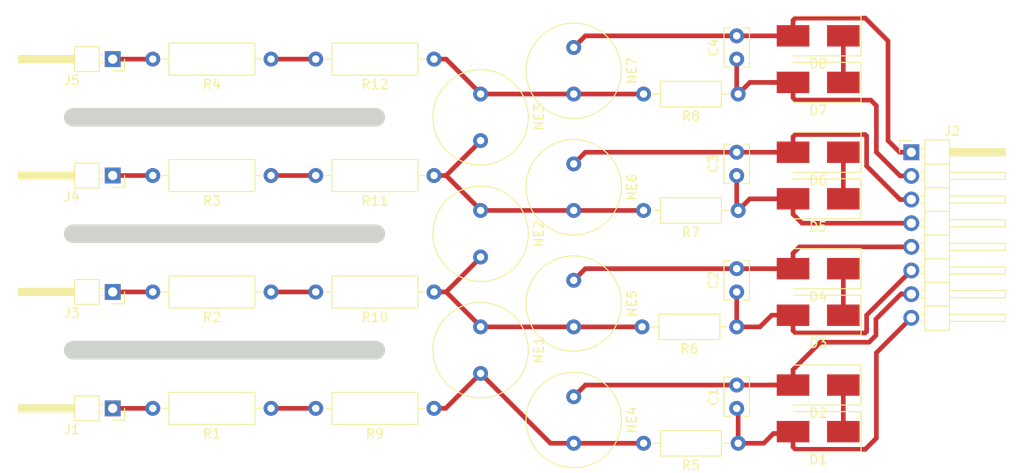
<source format=kicad_pcb>
(kicad_pcb (version 20171130) (host pcbnew "(5.1.5-0)")

  (general
    (thickness 1.6)
    (drawings 3)
    (tracks 115)
    (zones 0)
    (modules 36)
    (nets 25)
  )

  (page A4)
  (layers
    (0 F.Cu signal)
    (31 B.Cu signal)
    (32 B.Adhes user)
    (33 F.Adhes user)
    (34 B.Paste user)
    (35 F.Paste user)
    (36 B.SilkS user)
    (37 F.SilkS user)
    (38 B.Mask user)
    (39 F.Mask user)
    (40 Dwgs.User user)
    (41 Cmts.User user)
    (42 Eco1.User user)
    (43 Eco2.User user)
    (44 Edge.Cuts user)
    (45 Margin user)
    (46 B.CrtYd user)
    (47 F.CrtYd user)
    (48 B.Fab user)
    (49 F.Fab user)
  )

  (setup
    (last_trace_width 0.5)
    (user_trace_width 0.5)
    (user_trace_width 1)
    (trace_clearance 0.5)
    (zone_clearance 0.508)
    (zone_45_only no)
    (trace_min 0.2)
    (via_size 0.8)
    (via_drill 0.4)
    (via_min_size 0.4)
    (via_min_drill 0.3)
    (uvia_size 0.3)
    (uvia_drill 0.1)
    (uvias_allowed no)
    (uvia_min_size 0.2)
    (uvia_min_drill 0.1)
    (edge_width 0.05)
    (segment_width 0.2)
    (pcb_text_width 0.3)
    (pcb_text_size 1.5 1.5)
    (mod_edge_width 0.12)
    (mod_text_size 1 1)
    (mod_text_width 0.15)
    (pad_size 1.524 1.524)
    (pad_drill 0.762)
    (pad_to_mask_clearance 0.051)
    (solder_mask_min_width 0.25)
    (aux_axis_origin 0 0)
    (visible_elements FFFFFF7F)
    (pcbplotparams
      (layerselection 0x010fc_ffffffff)
      (usegerberextensions false)
      (usegerberattributes false)
      (usegerberadvancedattributes false)
      (creategerberjobfile false)
      (excludeedgelayer true)
      (linewidth 0.100000)
      (plotframeref false)
      (viasonmask false)
      (mode 1)
      (useauxorigin false)
      (hpglpennumber 1)
      (hpglpenspeed 20)
      (hpglpendiameter 15.000000)
      (psnegative false)
      (psa4output false)
      (plotreference true)
      (plotvalue true)
      (plotinvisibletext false)
      (padsonsilk false)
      (subtractmaskfromsilk false)
      (outputformat 1)
      (mirror false)
      (drillshape 1)
      (scaleselection 1)
      (outputdirectory ""))
  )

  (net 0 "")
  (net 1 /ecg_input_protection/gn_ch1)
  (net 2 /ecg_input_protection/out_ch1)
  (net 3 /ecg_input_protection/gnd_ch2)
  (net 4 /ecg_input_protection/gnd_ch3)
  (net 5 /ecg_input_protection/gnd_rld)
  (net 6 /ecg_input_protection/out_ch2)
  (net 7 /ecg_input_protection/out_ch3)
  (net 8 /ecg_input_protection/in_rld)
  (net 9 /ecg_input_protection/out_rld)
  (net 10 /ecg_input_protection/in_ch3)
  (net 11 /ecg_input_protection/in_ch2)
  (net 12 /ecg_input_protection/in_ch1)
  (net 13 /ecg_input_protection/neon_ch1)
  (net 14 /ecg_input_protection/neon_ch2)
  (net 15 /ecg_input_protection/neon_ch3)
  (net 16 /ecg_input_protection/neon_rld)
  (net 17 "Net-(D1-Pad1)")
  (net 18 "Net-(D3-Pad1)")
  (net 19 "Net-(D5-Pad1)")
  (net 20 "Net-(D7-Pad1)")
  (net 21 "Net-(R1-Pad1)")
  (net 22 "Net-(R10-Pad2)")
  (net 23 "Net-(R11-Pad2)")
  (net 24 "Net-(R12-Pad2)")

  (net_class Default "Dies ist die voreingestellte Netzklasse."
    (clearance 0.5)
    (trace_width 0.25)
    (via_dia 0.8)
    (via_drill 0.4)
    (uvia_dia 0.3)
    (uvia_drill 0.1)
    (add_net /ecg_input_protection/gn_ch1)
    (add_net /ecg_input_protection/gnd_ch2)
    (add_net /ecg_input_protection/gnd_ch3)
    (add_net /ecg_input_protection/gnd_rld)
    (add_net /ecg_input_protection/in_rld)
    (add_net /ecg_input_protection/out_ch1)
    (add_net /ecg_input_protection/out_ch2)
    (add_net /ecg_input_protection/out_ch3)
    (add_net "Net-(D1-Pad1)")
    (add_net "Net-(D3-Pad1)")
    (add_net "Net-(D5-Pad1)")
    (add_net "Net-(D7-Pad1)")
    (add_net "Net-(R1-Pad1)")
    (add_net "Net-(R10-Pad2)")
    (add_net "Net-(R11-Pad2)")
    (add_net "Net-(R12-Pad2)")
  )

  (net_class iso_150V ""
    (clearance 3)
    (trace_width 0.25)
    (via_dia 0.8)
    (via_drill 0.4)
    (uvia_dia 0.3)
    (uvia_drill 0.1)
    (add_net /ecg_input_protection/neon_ch1)
    (add_net /ecg_input_protection/neon_ch2)
    (add_net /ecg_input_protection/neon_ch3)
    (add_net /ecg_input_protection/neon_rld)
  )

  (net_class iso_5kV ""
    (clearance 8)
    (trace_width 0.25)
    (via_dia 0.8)
    (via_drill 0.4)
    (uvia_dia 0.3)
    (uvia_drill 0.1)
    (add_net /ecg_input_protection/in_ch1)
    (add_net /ecg_input_protection/in_ch2)
    (add_net /ecg_input_protection/in_ch3)
    (add_net /ecg_input_protection/out_rld)
  )

  (module Connector_PinHeader_2.54mm:PinHeader_1x08_P2.54mm_Horizontal (layer F.Cu) (tedit 59FED5CB) (tstamp 5E7F46A0)
    (at 128.75 97.5)
    (descr "Through hole angled pin header, 1x08, 2.54mm pitch, 6mm pin length, single row")
    (tags "Through hole angled pin header THT 1x08 2.54mm single row")
    (path /5E80F57C/5E8B37F6)
    (fp_text reference J2 (at 4.385 -2.27) (layer F.SilkS)
      (effects (font (size 1 1) (thickness 0.15)))
    )
    (fp_text value Conn_01x08_Female (at 4.385 20.05) (layer F.Fab)
      (effects (font (size 1 1) (thickness 0.15)))
    )
    (fp_text user %R (at 2.77 8.89 90) (layer F.Fab)
      (effects (font (size 1 1) (thickness 0.15)))
    )
    (fp_line (start 10.55 -1.8) (end -1.8 -1.8) (layer F.CrtYd) (width 0.05))
    (fp_line (start 10.55 19.55) (end 10.55 -1.8) (layer F.CrtYd) (width 0.05))
    (fp_line (start -1.8 19.55) (end 10.55 19.55) (layer F.CrtYd) (width 0.05))
    (fp_line (start -1.8 -1.8) (end -1.8 19.55) (layer F.CrtYd) (width 0.05))
    (fp_line (start -1.27 -1.27) (end 0 -1.27) (layer F.SilkS) (width 0.12))
    (fp_line (start -1.27 0) (end -1.27 -1.27) (layer F.SilkS) (width 0.12))
    (fp_line (start 1.042929 18.16) (end 1.44 18.16) (layer F.SilkS) (width 0.12))
    (fp_line (start 1.042929 17.4) (end 1.44 17.4) (layer F.SilkS) (width 0.12))
    (fp_line (start 10.1 18.16) (end 4.1 18.16) (layer F.SilkS) (width 0.12))
    (fp_line (start 10.1 17.4) (end 10.1 18.16) (layer F.SilkS) (width 0.12))
    (fp_line (start 4.1 17.4) (end 10.1 17.4) (layer F.SilkS) (width 0.12))
    (fp_line (start 1.44 16.51) (end 4.1 16.51) (layer F.SilkS) (width 0.12))
    (fp_line (start 1.042929 15.62) (end 1.44 15.62) (layer F.SilkS) (width 0.12))
    (fp_line (start 1.042929 14.86) (end 1.44 14.86) (layer F.SilkS) (width 0.12))
    (fp_line (start 10.1 15.62) (end 4.1 15.62) (layer F.SilkS) (width 0.12))
    (fp_line (start 10.1 14.86) (end 10.1 15.62) (layer F.SilkS) (width 0.12))
    (fp_line (start 4.1 14.86) (end 10.1 14.86) (layer F.SilkS) (width 0.12))
    (fp_line (start 1.44 13.97) (end 4.1 13.97) (layer F.SilkS) (width 0.12))
    (fp_line (start 1.042929 13.08) (end 1.44 13.08) (layer F.SilkS) (width 0.12))
    (fp_line (start 1.042929 12.32) (end 1.44 12.32) (layer F.SilkS) (width 0.12))
    (fp_line (start 10.1 13.08) (end 4.1 13.08) (layer F.SilkS) (width 0.12))
    (fp_line (start 10.1 12.32) (end 10.1 13.08) (layer F.SilkS) (width 0.12))
    (fp_line (start 4.1 12.32) (end 10.1 12.32) (layer F.SilkS) (width 0.12))
    (fp_line (start 1.44 11.43) (end 4.1 11.43) (layer F.SilkS) (width 0.12))
    (fp_line (start 1.042929 10.54) (end 1.44 10.54) (layer F.SilkS) (width 0.12))
    (fp_line (start 1.042929 9.78) (end 1.44 9.78) (layer F.SilkS) (width 0.12))
    (fp_line (start 10.1 10.54) (end 4.1 10.54) (layer F.SilkS) (width 0.12))
    (fp_line (start 10.1 9.78) (end 10.1 10.54) (layer F.SilkS) (width 0.12))
    (fp_line (start 4.1 9.78) (end 10.1 9.78) (layer F.SilkS) (width 0.12))
    (fp_line (start 1.44 8.89) (end 4.1 8.89) (layer F.SilkS) (width 0.12))
    (fp_line (start 1.042929 8) (end 1.44 8) (layer F.SilkS) (width 0.12))
    (fp_line (start 1.042929 7.24) (end 1.44 7.24) (layer F.SilkS) (width 0.12))
    (fp_line (start 10.1 8) (end 4.1 8) (layer F.SilkS) (width 0.12))
    (fp_line (start 10.1 7.24) (end 10.1 8) (layer F.SilkS) (width 0.12))
    (fp_line (start 4.1 7.24) (end 10.1 7.24) (layer F.SilkS) (width 0.12))
    (fp_line (start 1.44 6.35) (end 4.1 6.35) (layer F.SilkS) (width 0.12))
    (fp_line (start 1.042929 5.46) (end 1.44 5.46) (layer F.SilkS) (width 0.12))
    (fp_line (start 1.042929 4.7) (end 1.44 4.7) (layer F.SilkS) (width 0.12))
    (fp_line (start 10.1 5.46) (end 4.1 5.46) (layer F.SilkS) (width 0.12))
    (fp_line (start 10.1 4.7) (end 10.1 5.46) (layer F.SilkS) (width 0.12))
    (fp_line (start 4.1 4.7) (end 10.1 4.7) (layer F.SilkS) (width 0.12))
    (fp_line (start 1.44 3.81) (end 4.1 3.81) (layer F.SilkS) (width 0.12))
    (fp_line (start 1.042929 2.92) (end 1.44 2.92) (layer F.SilkS) (width 0.12))
    (fp_line (start 1.042929 2.16) (end 1.44 2.16) (layer F.SilkS) (width 0.12))
    (fp_line (start 10.1 2.92) (end 4.1 2.92) (layer F.SilkS) (width 0.12))
    (fp_line (start 10.1 2.16) (end 10.1 2.92) (layer F.SilkS) (width 0.12))
    (fp_line (start 4.1 2.16) (end 10.1 2.16) (layer F.SilkS) (width 0.12))
    (fp_line (start 1.44 1.27) (end 4.1 1.27) (layer F.SilkS) (width 0.12))
    (fp_line (start 1.11 0.38) (end 1.44 0.38) (layer F.SilkS) (width 0.12))
    (fp_line (start 1.11 -0.38) (end 1.44 -0.38) (layer F.SilkS) (width 0.12))
    (fp_line (start 4.1 0.28) (end 10.1 0.28) (layer F.SilkS) (width 0.12))
    (fp_line (start 4.1 0.16) (end 10.1 0.16) (layer F.SilkS) (width 0.12))
    (fp_line (start 4.1 0.04) (end 10.1 0.04) (layer F.SilkS) (width 0.12))
    (fp_line (start 4.1 -0.08) (end 10.1 -0.08) (layer F.SilkS) (width 0.12))
    (fp_line (start 4.1 -0.2) (end 10.1 -0.2) (layer F.SilkS) (width 0.12))
    (fp_line (start 4.1 -0.32) (end 10.1 -0.32) (layer F.SilkS) (width 0.12))
    (fp_line (start 10.1 0.38) (end 4.1 0.38) (layer F.SilkS) (width 0.12))
    (fp_line (start 10.1 -0.38) (end 10.1 0.38) (layer F.SilkS) (width 0.12))
    (fp_line (start 4.1 -0.38) (end 10.1 -0.38) (layer F.SilkS) (width 0.12))
    (fp_line (start 4.1 -1.33) (end 1.44 -1.33) (layer F.SilkS) (width 0.12))
    (fp_line (start 4.1 19.11) (end 4.1 -1.33) (layer F.SilkS) (width 0.12))
    (fp_line (start 1.44 19.11) (end 4.1 19.11) (layer F.SilkS) (width 0.12))
    (fp_line (start 1.44 -1.33) (end 1.44 19.11) (layer F.SilkS) (width 0.12))
    (fp_line (start 4.04 18.1) (end 10.04 18.1) (layer F.Fab) (width 0.1))
    (fp_line (start 10.04 17.46) (end 10.04 18.1) (layer F.Fab) (width 0.1))
    (fp_line (start 4.04 17.46) (end 10.04 17.46) (layer F.Fab) (width 0.1))
    (fp_line (start -0.32 18.1) (end 1.5 18.1) (layer F.Fab) (width 0.1))
    (fp_line (start -0.32 17.46) (end -0.32 18.1) (layer F.Fab) (width 0.1))
    (fp_line (start -0.32 17.46) (end 1.5 17.46) (layer F.Fab) (width 0.1))
    (fp_line (start 4.04 15.56) (end 10.04 15.56) (layer F.Fab) (width 0.1))
    (fp_line (start 10.04 14.92) (end 10.04 15.56) (layer F.Fab) (width 0.1))
    (fp_line (start 4.04 14.92) (end 10.04 14.92) (layer F.Fab) (width 0.1))
    (fp_line (start -0.32 15.56) (end 1.5 15.56) (layer F.Fab) (width 0.1))
    (fp_line (start -0.32 14.92) (end -0.32 15.56) (layer F.Fab) (width 0.1))
    (fp_line (start -0.32 14.92) (end 1.5 14.92) (layer F.Fab) (width 0.1))
    (fp_line (start 4.04 13.02) (end 10.04 13.02) (layer F.Fab) (width 0.1))
    (fp_line (start 10.04 12.38) (end 10.04 13.02) (layer F.Fab) (width 0.1))
    (fp_line (start 4.04 12.38) (end 10.04 12.38) (layer F.Fab) (width 0.1))
    (fp_line (start -0.32 13.02) (end 1.5 13.02) (layer F.Fab) (width 0.1))
    (fp_line (start -0.32 12.38) (end -0.32 13.02) (layer F.Fab) (width 0.1))
    (fp_line (start -0.32 12.38) (end 1.5 12.38) (layer F.Fab) (width 0.1))
    (fp_line (start 4.04 10.48) (end 10.04 10.48) (layer F.Fab) (width 0.1))
    (fp_line (start 10.04 9.84) (end 10.04 10.48) (layer F.Fab) (width 0.1))
    (fp_line (start 4.04 9.84) (end 10.04 9.84) (layer F.Fab) (width 0.1))
    (fp_line (start -0.32 10.48) (end 1.5 10.48) (layer F.Fab) (width 0.1))
    (fp_line (start -0.32 9.84) (end -0.32 10.48) (layer F.Fab) (width 0.1))
    (fp_line (start -0.32 9.84) (end 1.5 9.84) (layer F.Fab) (width 0.1))
    (fp_line (start 4.04 7.94) (end 10.04 7.94) (layer F.Fab) (width 0.1))
    (fp_line (start 10.04 7.3) (end 10.04 7.94) (layer F.Fab) (width 0.1))
    (fp_line (start 4.04 7.3) (end 10.04 7.3) (layer F.Fab) (width 0.1))
    (fp_line (start -0.32 7.94) (end 1.5 7.94) (layer F.Fab) (width 0.1))
    (fp_line (start -0.32 7.3) (end -0.32 7.94) (layer F.Fab) (width 0.1))
    (fp_line (start -0.32 7.3) (end 1.5 7.3) (layer F.Fab) (width 0.1))
    (fp_line (start 4.04 5.4) (end 10.04 5.4) (layer F.Fab) (width 0.1))
    (fp_line (start 10.04 4.76) (end 10.04 5.4) (layer F.Fab) (width 0.1))
    (fp_line (start 4.04 4.76) (end 10.04 4.76) (layer F.Fab) (width 0.1))
    (fp_line (start -0.32 5.4) (end 1.5 5.4) (layer F.Fab) (width 0.1))
    (fp_line (start -0.32 4.76) (end -0.32 5.4) (layer F.Fab) (width 0.1))
    (fp_line (start -0.32 4.76) (end 1.5 4.76) (layer F.Fab) (width 0.1))
    (fp_line (start 4.04 2.86) (end 10.04 2.86) (layer F.Fab) (width 0.1))
    (fp_line (start 10.04 2.22) (end 10.04 2.86) (layer F.Fab) (width 0.1))
    (fp_line (start 4.04 2.22) (end 10.04 2.22) (layer F.Fab) (width 0.1))
    (fp_line (start -0.32 2.86) (end 1.5 2.86) (layer F.Fab) (width 0.1))
    (fp_line (start -0.32 2.22) (end -0.32 2.86) (layer F.Fab) (width 0.1))
    (fp_line (start -0.32 2.22) (end 1.5 2.22) (layer F.Fab) (width 0.1))
    (fp_line (start 4.04 0.32) (end 10.04 0.32) (layer F.Fab) (width 0.1))
    (fp_line (start 10.04 -0.32) (end 10.04 0.32) (layer F.Fab) (width 0.1))
    (fp_line (start 4.04 -0.32) (end 10.04 -0.32) (layer F.Fab) (width 0.1))
    (fp_line (start -0.32 0.32) (end 1.5 0.32) (layer F.Fab) (width 0.1))
    (fp_line (start -0.32 -0.32) (end -0.32 0.32) (layer F.Fab) (width 0.1))
    (fp_line (start -0.32 -0.32) (end 1.5 -0.32) (layer F.Fab) (width 0.1))
    (fp_line (start 1.5 -0.635) (end 2.135 -1.27) (layer F.Fab) (width 0.1))
    (fp_line (start 1.5 19.05) (end 1.5 -0.635) (layer F.Fab) (width 0.1))
    (fp_line (start 4.04 19.05) (end 1.5 19.05) (layer F.Fab) (width 0.1))
    (fp_line (start 4.04 -1.27) (end 4.04 19.05) (layer F.Fab) (width 0.1))
    (fp_line (start 2.135 -1.27) (end 4.04 -1.27) (layer F.Fab) (width 0.1))
    (pad 8 thru_hole oval (at 0 17.78) (size 1.7 1.7) (drill 1) (layers *.Cu *.Mask)
      (net 2 /ecg_input_protection/out_ch1))
    (pad 7 thru_hole oval (at 0 15.24) (size 1.7 1.7) (drill 1) (layers *.Cu *.Mask)
      (net 1 /ecg_input_protection/gn_ch1))
    (pad 6 thru_hole oval (at 0 12.7) (size 1.7 1.7) (drill 1) (layers *.Cu *.Mask)
      (net 6 /ecg_input_protection/out_ch2))
    (pad 5 thru_hole oval (at 0 10.16) (size 1.7 1.7) (drill 1) (layers *.Cu *.Mask)
      (net 3 /ecg_input_protection/gnd_ch2))
    (pad 4 thru_hole oval (at 0 7.62) (size 1.7 1.7) (drill 1) (layers *.Cu *.Mask)
      (net 7 /ecg_input_protection/out_ch3))
    (pad 3 thru_hole oval (at 0 5.08) (size 1.7 1.7) (drill 1) (layers *.Cu *.Mask)
      (net 4 /ecg_input_protection/gnd_ch3))
    (pad 2 thru_hole oval (at 0 2.54) (size 1.7 1.7) (drill 1) (layers *.Cu *.Mask)
      (net 8 /ecg_input_protection/in_rld))
    (pad 1 thru_hole rect (at 0 0) (size 1.7 1.7) (drill 1) (layers *.Cu *.Mask)
      (net 5 /ecg_input_protection/gnd_rld))
    (model ${KISYS3DMOD}/Connector_PinHeader_2.54mm.3dshapes/PinHeader_1x08_P2.54mm_Horizontal.wrl
      (at (xyz 0 0 0))
      (scale (xyz 1 1 1))
      (rotate (xyz 0 0 0))
    )
  )

  (module Diode_SMD:D_SMB_Handsoldering (layer F.Cu) (tedit 590B3D55) (tstamp 5E7E8ABC)
    (at 118.75 85 180)
    (descr "Diode SMB (DO-214AA) Handsoldering")
    (tags "Diode SMB (DO-214AA) Handsoldering")
    (path /5E80F57C/5E8229A6)
    (attr smd)
    (fp_text reference D8 (at 0 -3) (layer F.SilkS)
      (effects (font (size 1 1) (thickness 0.15)))
    )
    (fp_text value D_Zener_ALT (at 0 3) (layer F.Fab)
      (effects (font (size 1 1) (thickness 0.15)))
    )
    (fp_line (start -4.6 -2.15) (end 2.7 -2.15) (layer F.SilkS) (width 0.12))
    (fp_line (start -4.6 2.15) (end 2.7 2.15) (layer F.SilkS) (width 0.12))
    (fp_line (start -0.64944 0.00102) (end 0.50118 -0.79908) (layer F.Fab) (width 0.1))
    (fp_line (start -0.64944 0.00102) (end 0.50118 0.75032) (layer F.Fab) (width 0.1))
    (fp_line (start 0.50118 0.75032) (end 0.50118 -0.79908) (layer F.Fab) (width 0.1))
    (fp_line (start -0.64944 -0.79908) (end -0.64944 0.80112) (layer F.Fab) (width 0.1))
    (fp_line (start 0.50118 0.00102) (end 1.4994 0.00102) (layer F.Fab) (width 0.1))
    (fp_line (start -0.64944 0.00102) (end -1.55114 0.00102) (layer F.Fab) (width 0.1))
    (fp_line (start -4.7 2.25) (end -4.7 -2.25) (layer F.CrtYd) (width 0.05))
    (fp_line (start 4.7 2.25) (end -4.7 2.25) (layer F.CrtYd) (width 0.05))
    (fp_line (start 4.7 -2.25) (end 4.7 2.25) (layer F.CrtYd) (width 0.05))
    (fp_line (start -4.7 -2.25) (end 4.7 -2.25) (layer F.CrtYd) (width 0.05))
    (fp_line (start 2.3 -2) (end -2.3 -2) (layer F.Fab) (width 0.1))
    (fp_line (start 2.3 -2) (end 2.3 2) (layer F.Fab) (width 0.1))
    (fp_line (start -2.3 2) (end -2.3 -2) (layer F.Fab) (width 0.1))
    (fp_line (start 2.3 2) (end -2.3 2) (layer F.Fab) (width 0.1))
    (fp_line (start -4.6 -2.15) (end -4.6 2.15) (layer F.SilkS) (width 0.12))
    (fp_text user %R (at 0 -3) (layer F.Fab)
      (effects (font (size 1 1) (thickness 0.15)))
    )
    (pad 2 smd rect (at 2.7 0 180) (size 3.5 2.3) (layers F.Cu F.Paste F.Mask)
      (net 5 /ecg_input_protection/gnd_rld))
    (pad 1 smd rect (at -2.7 0 180) (size 3.5 2.3) (layers F.Cu F.Paste F.Mask)
      (net 20 "Net-(D7-Pad1)"))
    (model ${KISYS3DMOD}/Diode_SMD.3dshapes/D_SMB.wrl
      (at (xyz 0 0 0))
      (scale (xyz 1 1 1))
      (rotate (xyz 0 0 0))
    )
  )

  (module Diode_SMD:D_SMB_Handsoldering (layer F.Cu) (tedit 590B3D55) (tstamp 5E7E8A9D)
    (at 118.75 90 180)
    (descr "Diode SMB (DO-214AA) Handsoldering")
    (tags "Diode SMB (DO-214AA) Handsoldering")
    (path /5E80F57C/5E8229AC)
    (attr smd)
    (fp_text reference D7 (at 0 -3) (layer F.SilkS)
      (effects (font (size 1 1) (thickness 0.15)))
    )
    (fp_text value D_Zener_ALT (at 0 3) (layer F.Fab)
      (effects (font (size 1 1) (thickness 0.15)))
    )
    (fp_line (start -4.6 -2.15) (end 2.7 -2.15) (layer F.SilkS) (width 0.12))
    (fp_line (start -4.6 2.15) (end 2.7 2.15) (layer F.SilkS) (width 0.12))
    (fp_line (start -0.64944 0.00102) (end 0.50118 -0.79908) (layer F.Fab) (width 0.1))
    (fp_line (start -0.64944 0.00102) (end 0.50118 0.75032) (layer F.Fab) (width 0.1))
    (fp_line (start 0.50118 0.75032) (end 0.50118 -0.79908) (layer F.Fab) (width 0.1))
    (fp_line (start -0.64944 -0.79908) (end -0.64944 0.80112) (layer F.Fab) (width 0.1))
    (fp_line (start 0.50118 0.00102) (end 1.4994 0.00102) (layer F.Fab) (width 0.1))
    (fp_line (start -0.64944 0.00102) (end -1.55114 0.00102) (layer F.Fab) (width 0.1))
    (fp_line (start -4.7 2.25) (end -4.7 -2.25) (layer F.CrtYd) (width 0.05))
    (fp_line (start 4.7 2.25) (end -4.7 2.25) (layer F.CrtYd) (width 0.05))
    (fp_line (start 4.7 -2.25) (end 4.7 2.25) (layer F.CrtYd) (width 0.05))
    (fp_line (start -4.7 -2.25) (end 4.7 -2.25) (layer F.CrtYd) (width 0.05))
    (fp_line (start 2.3 -2) (end -2.3 -2) (layer F.Fab) (width 0.1))
    (fp_line (start 2.3 -2) (end 2.3 2) (layer F.Fab) (width 0.1))
    (fp_line (start -2.3 2) (end -2.3 -2) (layer F.Fab) (width 0.1))
    (fp_line (start 2.3 2) (end -2.3 2) (layer F.Fab) (width 0.1))
    (fp_line (start -4.6 -2.15) (end -4.6 2.15) (layer F.SilkS) (width 0.12))
    (fp_text user %R (at 0 -3) (layer F.Fab)
      (effects (font (size 1 1) (thickness 0.15)))
    )
    (pad 2 smd rect (at 2.7 0 180) (size 3.5 2.3) (layers F.Cu F.Paste F.Mask)
      (net 8 /ecg_input_protection/in_rld))
    (pad 1 smd rect (at -2.7 0 180) (size 3.5 2.3) (layers F.Cu F.Paste F.Mask)
      (net 20 "Net-(D7-Pad1)"))
    (model ${KISYS3DMOD}/Diode_SMD.3dshapes/D_SMB.wrl
      (at (xyz 0 0 0))
      (scale (xyz 1 1 1))
      (rotate (xyz 0 0 0))
    )
  )

  (module Diode_SMD:D_SMB_Handsoldering (layer F.Cu) (tedit 590B3D55) (tstamp 5E7E8A7E)
    (at 118.75 97.5 180)
    (descr "Diode SMB (DO-214AA) Handsoldering")
    (tags "Diode SMB (DO-214AA) Handsoldering")
    (path /5E80F57C/5E8208D9)
    (attr smd)
    (fp_text reference D6 (at 0 -3) (layer F.SilkS)
      (effects (font (size 1 1) (thickness 0.15)))
    )
    (fp_text value D_Zener_ALT (at 0 3) (layer F.Fab)
      (effects (font (size 1 1) (thickness 0.15)))
    )
    (fp_line (start -4.6 -2.15) (end 2.7 -2.15) (layer F.SilkS) (width 0.12))
    (fp_line (start -4.6 2.15) (end 2.7 2.15) (layer F.SilkS) (width 0.12))
    (fp_line (start -0.64944 0.00102) (end 0.50118 -0.79908) (layer F.Fab) (width 0.1))
    (fp_line (start -0.64944 0.00102) (end 0.50118 0.75032) (layer F.Fab) (width 0.1))
    (fp_line (start 0.50118 0.75032) (end 0.50118 -0.79908) (layer F.Fab) (width 0.1))
    (fp_line (start -0.64944 -0.79908) (end -0.64944 0.80112) (layer F.Fab) (width 0.1))
    (fp_line (start 0.50118 0.00102) (end 1.4994 0.00102) (layer F.Fab) (width 0.1))
    (fp_line (start -0.64944 0.00102) (end -1.55114 0.00102) (layer F.Fab) (width 0.1))
    (fp_line (start -4.7 2.25) (end -4.7 -2.25) (layer F.CrtYd) (width 0.05))
    (fp_line (start 4.7 2.25) (end -4.7 2.25) (layer F.CrtYd) (width 0.05))
    (fp_line (start 4.7 -2.25) (end 4.7 2.25) (layer F.CrtYd) (width 0.05))
    (fp_line (start -4.7 -2.25) (end 4.7 -2.25) (layer F.CrtYd) (width 0.05))
    (fp_line (start 2.3 -2) (end -2.3 -2) (layer F.Fab) (width 0.1))
    (fp_line (start 2.3 -2) (end 2.3 2) (layer F.Fab) (width 0.1))
    (fp_line (start -2.3 2) (end -2.3 -2) (layer F.Fab) (width 0.1))
    (fp_line (start 2.3 2) (end -2.3 2) (layer F.Fab) (width 0.1))
    (fp_line (start -4.6 -2.15) (end -4.6 2.15) (layer F.SilkS) (width 0.12))
    (fp_text user %R (at 0 -3) (layer F.Fab)
      (effects (font (size 1 1) (thickness 0.15)))
    )
    (pad 2 smd rect (at 2.7 0 180) (size 3.5 2.3) (layers F.Cu F.Paste F.Mask)
      (net 4 /ecg_input_protection/gnd_ch3))
    (pad 1 smd rect (at -2.7 0 180) (size 3.5 2.3) (layers F.Cu F.Paste F.Mask)
      (net 19 "Net-(D5-Pad1)"))
    (model ${KISYS3DMOD}/Diode_SMD.3dshapes/D_SMB.wrl
      (at (xyz 0 0 0))
      (scale (xyz 1 1 1))
      (rotate (xyz 0 0 0))
    )
  )

  (module Diode_SMD:D_SMB_Handsoldering (layer F.Cu) (tedit 590B3D55) (tstamp 5E7E8A5F)
    (at 118.75 102.5 180)
    (descr "Diode SMB (DO-214AA) Handsoldering")
    (tags "Diode SMB (DO-214AA) Handsoldering")
    (path /5E80F57C/5E8208DF)
    (attr smd)
    (fp_text reference D5 (at 0 -3) (layer F.SilkS)
      (effects (font (size 1 1) (thickness 0.15)))
    )
    (fp_text value D_Zener_ALT (at 0 3) (layer F.Fab)
      (effects (font (size 1 1) (thickness 0.15)))
    )
    (fp_line (start -4.6 -2.15) (end 2.7 -2.15) (layer F.SilkS) (width 0.12))
    (fp_line (start -4.6 2.15) (end 2.7 2.15) (layer F.SilkS) (width 0.12))
    (fp_line (start -0.64944 0.00102) (end 0.50118 -0.79908) (layer F.Fab) (width 0.1))
    (fp_line (start -0.64944 0.00102) (end 0.50118 0.75032) (layer F.Fab) (width 0.1))
    (fp_line (start 0.50118 0.75032) (end 0.50118 -0.79908) (layer F.Fab) (width 0.1))
    (fp_line (start -0.64944 -0.79908) (end -0.64944 0.80112) (layer F.Fab) (width 0.1))
    (fp_line (start 0.50118 0.00102) (end 1.4994 0.00102) (layer F.Fab) (width 0.1))
    (fp_line (start -0.64944 0.00102) (end -1.55114 0.00102) (layer F.Fab) (width 0.1))
    (fp_line (start -4.7 2.25) (end -4.7 -2.25) (layer F.CrtYd) (width 0.05))
    (fp_line (start 4.7 2.25) (end -4.7 2.25) (layer F.CrtYd) (width 0.05))
    (fp_line (start 4.7 -2.25) (end 4.7 2.25) (layer F.CrtYd) (width 0.05))
    (fp_line (start -4.7 -2.25) (end 4.7 -2.25) (layer F.CrtYd) (width 0.05))
    (fp_line (start 2.3 -2) (end -2.3 -2) (layer F.Fab) (width 0.1))
    (fp_line (start 2.3 -2) (end 2.3 2) (layer F.Fab) (width 0.1))
    (fp_line (start -2.3 2) (end -2.3 -2) (layer F.Fab) (width 0.1))
    (fp_line (start 2.3 2) (end -2.3 2) (layer F.Fab) (width 0.1))
    (fp_line (start -4.6 -2.15) (end -4.6 2.15) (layer F.SilkS) (width 0.12))
    (fp_text user %R (at 0 -3) (layer F.Fab)
      (effects (font (size 1 1) (thickness 0.15)))
    )
    (pad 2 smd rect (at 2.7 0 180) (size 3.5 2.3) (layers F.Cu F.Paste F.Mask)
      (net 7 /ecg_input_protection/out_ch3))
    (pad 1 smd rect (at -2.7 0 180) (size 3.5 2.3) (layers F.Cu F.Paste F.Mask)
      (net 19 "Net-(D5-Pad1)"))
    (model ${KISYS3DMOD}/Diode_SMD.3dshapes/D_SMB.wrl
      (at (xyz 0 0 0))
      (scale (xyz 1 1 1))
      (rotate (xyz 0 0 0))
    )
  )

  (module Diode_SMD:D_SMB_Handsoldering (layer F.Cu) (tedit 590B3D55) (tstamp 5E7E8A40)
    (at 118.75 110 180)
    (descr "Diode SMB (DO-214AA) Handsoldering")
    (tags "Diode SMB (DO-214AA) Handsoldering")
    (path /5E80F57C/5E81C3D1)
    (attr smd)
    (fp_text reference D4 (at 0 -3) (layer F.SilkS)
      (effects (font (size 1 1) (thickness 0.15)))
    )
    (fp_text value D_Zener_ALT (at 0 3) (layer F.Fab)
      (effects (font (size 1 1) (thickness 0.15)))
    )
    (fp_line (start -4.6 -2.15) (end 2.7 -2.15) (layer F.SilkS) (width 0.12))
    (fp_line (start -4.6 2.15) (end 2.7 2.15) (layer F.SilkS) (width 0.12))
    (fp_line (start -0.64944 0.00102) (end 0.50118 -0.79908) (layer F.Fab) (width 0.1))
    (fp_line (start -0.64944 0.00102) (end 0.50118 0.75032) (layer F.Fab) (width 0.1))
    (fp_line (start 0.50118 0.75032) (end 0.50118 -0.79908) (layer F.Fab) (width 0.1))
    (fp_line (start -0.64944 -0.79908) (end -0.64944 0.80112) (layer F.Fab) (width 0.1))
    (fp_line (start 0.50118 0.00102) (end 1.4994 0.00102) (layer F.Fab) (width 0.1))
    (fp_line (start -0.64944 0.00102) (end -1.55114 0.00102) (layer F.Fab) (width 0.1))
    (fp_line (start -4.7 2.25) (end -4.7 -2.25) (layer F.CrtYd) (width 0.05))
    (fp_line (start 4.7 2.25) (end -4.7 2.25) (layer F.CrtYd) (width 0.05))
    (fp_line (start 4.7 -2.25) (end 4.7 2.25) (layer F.CrtYd) (width 0.05))
    (fp_line (start -4.7 -2.25) (end 4.7 -2.25) (layer F.CrtYd) (width 0.05))
    (fp_line (start 2.3 -2) (end -2.3 -2) (layer F.Fab) (width 0.1))
    (fp_line (start 2.3 -2) (end 2.3 2) (layer F.Fab) (width 0.1))
    (fp_line (start -2.3 2) (end -2.3 -2) (layer F.Fab) (width 0.1))
    (fp_line (start 2.3 2) (end -2.3 2) (layer F.Fab) (width 0.1))
    (fp_line (start -4.6 -2.15) (end -4.6 2.15) (layer F.SilkS) (width 0.12))
    (fp_text user %R (at 0 -3) (layer F.Fab)
      (effects (font (size 1 1) (thickness 0.15)))
    )
    (pad 2 smd rect (at 2.7 0 180) (size 3.5 2.3) (layers F.Cu F.Paste F.Mask)
      (net 3 /ecg_input_protection/gnd_ch2))
    (pad 1 smd rect (at -2.7 0 180) (size 3.5 2.3) (layers F.Cu F.Paste F.Mask)
      (net 18 "Net-(D3-Pad1)"))
    (model ${KISYS3DMOD}/Diode_SMD.3dshapes/D_SMB.wrl
      (at (xyz 0 0 0))
      (scale (xyz 1 1 1))
      (rotate (xyz 0 0 0))
    )
  )

  (module Diode_SMD:D_SMB_Handsoldering (layer F.Cu) (tedit 590B3D55) (tstamp 5E7E8A21)
    (at 118.75 115 180)
    (descr "Diode SMB (DO-214AA) Handsoldering")
    (tags "Diode SMB (DO-214AA) Handsoldering")
    (path /5E80F57C/5E81CFF5)
    (attr smd)
    (fp_text reference D3 (at 0 -3) (layer F.SilkS)
      (effects (font (size 1 1) (thickness 0.15)))
    )
    (fp_text value D_Zener_ALT (at 0 3) (layer F.Fab)
      (effects (font (size 1 1) (thickness 0.15)))
    )
    (fp_line (start -4.6 -2.15) (end 2.7 -2.15) (layer F.SilkS) (width 0.12))
    (fp_line (start -4.6 2.15) (end 2.7 2.15) (layer F.SilkS) (width 0.12))
    (fp_line (start -0.64944 0.00102) (end 0.50118 -0.79908) (layer F.Fab) (width 0.1))
    (fp_line (start -0.64944 0.00102) (end 0.50118 0.75032) (layer F.Fab) (width 0.1))
    (fp_line (start 0.50118 0.75032) (end 0.50118 -0.79908) (layer F.Fab) (width 0.1))
    (fp_line (start -0.64944 -0.79908) (end -0.64944 0.80112) (layer F.Fab) (width 0.1))
    (fp_line (start 0.50118 0.00102) (end 1.4994 0.00102) (layer F.Fab) (width 0.1))
    (fp_line (start -0.64944 0.00102) (end -1.55114 0.00102) (layer F.Fab) (width 0.1))
    (fp_line (start -4.7 2.25) (end -4.7 -2.25) (layer F.CrtYd) (width 0.05))
    (fp_line (start 4.7 2.25) (end -4.7 2.25) (layer F.CrtYd) (width 0.05))
    (fp_line (start 4.7 -2.25) (end 4.7 2.25) (layer F.CrtYd) (width 0.05))
    (fp_line (start -4.7 -2.25) (end 4.7 -2.25) (layer F.CrtYd) (width 0.05))
    (fp_line (start 2.3 -2) (end -2.3 -2) (layer F.Fab) (width 0.1))
    (fp_line (start 2.3 -2) (end 2.3 2) (layer F.Fab) (width 0.1))
    (fp_line (start -2.3 2) (end -2.3 -2) (layer F.Fab) (width 0.1))
    (fp_line (start 2.3 2) (end -2.3 2) (layer F.Fab) (width 0.1))
    (fp_line (start -4.6 -2.15) (end -4.6 2.15) (layer F.SilkS) (width 0.12))
    (fp_text user %R (at 0 -3) (layer F.Fab)
      (effects (font (size 1 1) (thickness 0.15)))
    )
    (pad 2 smd rect (at 2.7 0 180) (size 3.5 2.3) (layers F.Cu F.Paste F.Mask)
      (net 6 /ecg_input_protection/out_ch2))
    (pad 1 smd rect (at -2.7 0 180) (size 3.5 2.3) (layers F.Cu F.Paste F.Mask)
      (net 18 "Net-(D3-Pad1)"))
    (model ${KISYS3DMOD}/Diode_SMD.3dshapes/D_SMB.wrl
      (at (xyz 0 0 0))
      (scale (xyz 1 1 1))
      (rotate (xyz 0 0 0))
    )
  )

  (module Diode_SMD:D_SMB_Handsoldering (layer F.Cu) (tedit 590B3D55) (tstamp 5E7E8A02)
    (at 118.75 122.5 180)
    (descr "Diode SMB (DO-214AA) Handsoldering")
    (tags "Diode SMB (DO-214AA) Handsoldering")
    (path /5E80F57C/5E81E62C)
    (attr smd)
    (fp_text reference D2 (at 0 -3) (layer F.SilkS)
      (effects (font (size 1 1) (thickness 0.15)))
    )
    (fp_text value D_Zener_ALT (at 0 3) (layer F.Fab)
      (effects (font (size 1 1) (thickness 0.15)))
    )
    (fp_line (start -4.6 -2.15) (end 2.7 -2.15) (layer F.SilkS) (width 0.12))
    (fp_line (start -4.6 2.15) (end 2.7 2.15) (layer F.SilkS) (width 0.12))
    (fp_line (start -0.64944 0.00102) (end 0.50118 -0.79908) (layer F.Fab) (width 0.1))
    (fp_line (start -0.64944 0.00102) (end 0.50118 0.75032) (layer F.Fab) (width 0.1))
    (fp_line (start 0.50118 0.75032) (end 0.50118 -0.79908) (layer F.Fab) (width 0.1))
    (fp_line (start -0.64944 -0.79908) (end -0.64944 0.80112) (layer F.Fab) (width 0.1))
    (fp_line (start 0.50118 0.00102) (end 1.4994 0.00102) (layer F.Fab) (width 0.1))
    (fp_line (start -0.64944 0.00102) (end -1.55114 0.00102) (layer F.Fab) (width 0.1))
    (fp_line (start -4.7 2.25) (end -4.7 -2.25) (layer F.CrtYd) (width 0.05))
    (fp_line (start 4.7 2.25) (end -4.7 2.25) (layer F.CrtYd) (width 0.05))
    (fp_line (start 4.7 -2.25) (end 4.7 2.25) (layer F.CrtYd) (width 0.05))
    (fp_line (start -4.7 -2.25) (end 4.7 -2.25) (layer F.CrtYd) (width 0.05))
    (fp_line (start 2.3 -2) (end -2.3 -2) (layer F.Fab) (width 0.1))
    (fp_line (start 2.3 -2) (end 2.3 2) (layer F.Fab) (width 0.1))
    (fp_line (start -2.3 2) (end -2.3 -2) (layer F.Fab) (width 0.1))
    (fp_line (start 2.3 2) (end -2.3 2) (layer F.Fab) (width 0.1))
    (fp_line (start -4.6 -2.15) (end -4.6 2.15) (layer F.SilkS) (width 0.12))
    (fp_text user %R (at 0 -3) (layer F.Fab)
      (effects (font (size 1 1) (thickness 0.15)))
    )
    (pad 2 smd rect (at 2.7 0 180) (size 3.5 2.3) (layers F.Cu F.Paste F.Mask)
      (net 1 /ecg_input_protection/gn_ch1))
    (pad 1 smd rect (at -2.7 0 180) (size 3.5 2.3) (layers F.Cu F.Paste F.Mask)
      (net 17 "Net-(D1-Pad1)"))
    (model ${KISYS3DMOD}/Diode_SMD.3dshapes/D_SMB.wrl
      (at (xyz 0 0 0))
      (scale (xyz 1 1 1))
      (rotate (xyz 0 0 0))
    )
  )

  (module Diode_SMD:D_SMB_Handsoldering (layer F.Cu) (tedit 590B3D55) (tstamp 5E7E89E3)
    (at 118.75 127.5 180)
    (descr "Diode SMB (DO-214AA) Handsoldering")
    (tags "Diode SMB (DO-214AA) Handsoldering")
    (path /5E80F57C/5E81E632)
    (attr smd)
    (fp_text reference D1 (at 0 -3) (layer F.SilkS)
      (effects (font (size 1 1) (thickness 0.15)))
    )
    (fp_text value D_Zener_ALT (at 0 3) (layer F.Fab)
      (effects (font (size 1 1) (thickness 0.15)))
    )
    (fp_line (start -4.6 -2.15) (end 2.7 -2.15) (layer F.SilkS) (width 0.12))
    (fp_line (start -4.6 2.15) (end 2.7 2.15) (layer F.SilkS) (width 0.12))
    (fp_line (start -0.64944 0.00102) (end 0.50118 -0.79908) (layer F.Fab) (width 0.1))
    (fp_line (start -0.64944 0.00102) (end 0.50118 0.75032) (layer F.Fab) (width 0.1))
    (fp_line (start 0.50118 0.75032) (end 0.50118 -0.79908) (layer F.Fab) (width 0.1))
    (fp_line (start -0.64944 -0.79908) (end -0.64944 0.80112) (layer F.Fab) (width 0.1))
    (fp_line (start 0.50118 0.00102) (end 1.4994 0.00102) (layer F.Fab) (width 0.1))
    (fp_line (start -0.64944 0.00102) (end -1.55114 0.00102) (layer F.Fab) (width 0.1))
    (fp_line (start -4.7 2.25) (end -4.7 -2.25) (layer F.CrtYd) (width 0.05))
    (fp_line (start 4.7 2.25) (end -4.7 2.25) (layer F.CrtYd) (width 0.05))
    (fp_line (start 4.7 -2.25) (end 4.7 2.25) (layer F.CrtYd) (width 0.05))
    (fp_line (start -4.7 -2.25) (end 4.7 -2.25) (layer F.CrtYd) (width 0.05))
    (fp_line (start 2.3 -2) (end -2.3 -2) (layer F.Fab) (width 0.1))
    (fp_line (start 2.3 -2) (end 2.3 2) (layer F.Fab) (width 0.1))
    (fp_line (start -2.3 2) (end -2.3 -2) (layer F.Fab) (width 0.1))
    (fp_line (start 2.3 2) (end -2.3 2) (layer F.Fab) (width 0.1))
    (fp_line (start -4.6 -2.15) (end -4.6 2.15) (layer F.SilkS) (width 0.12))
    (fp_text user %R (at 0 -3) (layer F.Fab)
      (effects (font (size 1 1) (thickness 0.15)))
    )
    (pad 2 smd rect (at 2.7 0 180) (size 3.5 2.3) (layers F.Cu F.Paste F.Mask)
      (net 2 /ecg_input_protection/out_ch1))
    (pad 1 smd rect (at -2.7 0 180) (size 3.5 2.3) (layers F.Cu F.Paste F.Mask)
      (net 17 "Net-(D1-Pad1)"))
    (model ${KISYS3DMOD}/Diode_SMD.3dshapes/D_SMB.wrl
      (at (xyz 0 0 0))
      (scale (xyz 1 1 1))
      (rotate (xyz 0 0 0))
    )
  )

  (module Capacitor_THT:C_Radial_D10.0mm_H12.5mm_P5.00mm (layer F.Cu) (tedit 5BC5C9BA) (tstamp 5E7DAB60)
    (at 92.5 86.25 270)
    (descr "C, Radial series, Radial, pin pitch=5.00mm, diameter=10mm, height=12.5mm, Non-Polar Electrolytic Capacitor")
    (tags "C Radial series Radial pin pitch 5.00mm diameter 10mm height 12.5mm Non-Polar Electrolytic Capacitor")
    (path /5E80F57C/5E88DEFE)
    (fp_text reference NE7 (at 2.5 -6.25 90) (layer F.SilkS)
      (effects (font (size 1 1) (thickness 0.15)))
    )
    (fp_text value 150V (at 2.5 6.25 90) (layer F.Fab)
      (effects (font (size 1 1) (thickness 0.15)))
    )
    (fp_text user %R (at 2.5 0 90) (layer F.Fab)
      (effects (font (size 1 1) (thickness 0.15)))
    )
    (fp_circle (center 2.5 0) (end 7.75 0) (layer F.CrtYd) (width 0.05))
    (fp_circle (center 2.5 0) (end 7.62 0) (layer F.SilkS) (width 0.12))
    (fp_circle (center 2.5 0) (end 7.5 0) (layer F.Fab) (width 0.1))
    (pad 2 thru_hole circle (at 5 0 270) (size 1.6 1.6) (drill 0.8) (layers *.Cu *.Mask)
      (net 16 /ecg_input_protection/neon_rld))
    (pad 1 thru_hole circle (at 0 0 270) (size 1.6 1.6) (drill 0.8) (layers *.Cu *.Mask)
      (net 5 /ecg_input_protection/gnd_rld))
    (model ${KISYS3DMOD}/Capacitor_THT.3dshapes/C_Radial_D10.0mm_H12.5mm_P5.00mm.wrl
      (at (xyz 0 0 0))
      (scale (xyz 1 1 1))
      (rotate (xyz 0 0 0))
    )
  )

  (module Capacitor_THT:C_Radial_D10.0mm_H12.5mm_P5.00mm (layer F.Cu) (tedit 5BC5C9BA) (tstamp 5E7EC4D4)
    (at 92.5 123.75 270)
    (descr "C, Radial series, Radial, pin pitch=5.00mm, diameter=10mm, height=12.5mm, Non-Polar Electrolytic Capacitor")
    (tags "C Radial series Radial pin pitch 5.00mm diameter 10mm height 12.5mm Non-Polar Electrolytic Capacitor")
    (path /5E80F57C/5E80F86A)
    (fp_text reference NE4 (at 2.5 -6.25 90) (layer F.SilkS)
      (effects (font (size 1 1) (thickness 0.15)))
    )
    (fp_text value 150V (at 2.5 6.25 90) (layer F.Fab)
      (effects (font (size 1 1) (thickness 0.15)))
    )
    (fp_text user %R (at 2.5 0 90) (layer F.Fab)
      (effects (font (size 1 1) (thickness 0.15)))
    )
    (fp_circle (center 2.5 0) (end 7.75 0) (layer F.CrtYd) (width 0.05))
    (fp_circle (center 2.5 0) (end 7.62 0) (layer F.SilkS) (width 0.12))
    (fp_circle (center 2.5 0) (end 7.5 0) (layer F.Fab) (width 0.1))
    (pad 2 thru_hole circle (at 5 0 270) (size 1.6 1.6) (drill 0.8) (layers *.Cu *.Mask)
      (net 13 /ecg_input_protection/neon_ch1))
    (pad 1 thru_hole circle (at 0 0 270) (size 1.6 1.6) (drill 0.8) (layers *.Cu *.Mask)
      (net 1 /ecg_input_protection/gn_ch1))
    (model ${KISYS3DMOD}/Capacitor_THT.3dshapes/C_Radial_D10.0mm_H12.5mm_P5.00mm.wrl
      (at (xyz 0 0 0))
      (scale (xyz 1 1 1))
      (rotate (xyz 0 0 0))
    )
  )

  (module Capacitor_THT:C_Radial_D10.0mm_H12.5mm_P5.00mm (layer F.Cu) (tedit 5BC5C9BA) (tstamp 5E7DAB4B)
    (at 92.5 98.75 270)
    (descr "C, Radial series, Radial, pin pitch=5.00mm, diameter=10mm, height=12.5mm, Non-Polar Electrolytic Capacitor")
    (tags "C Radial series Radial pin pitch 5.00mm diameter 10mm height 12.5mm Non-Polar Electrolytic Capacitor")
    (path /5E80F57C/5E8104DC)
    (fp_text reference NE6 (at 2.5 -6.25 90) (layer F.SilkS)
      (effects (font (size 1 1) (thickness 0.15)))
    )
    (fp_text value 150V (at 2.5 6.25 90) (layer F.Fab)
      (effects (font (size 1 1) (thickness 0.15)))
    )
    (fp_text user %R (at 2.5 0 90) (layer F.Fab)
      (effects (font (size 1 1) (thickness 0.15)))
    )
    (fp_circle (center 2.5 0) (end 7.75 0) (layer F.CrtYd) (width 0.05))
    (fp_circle (center 2.5 0) (end 7.62 0) (layer F.SilkS) (width 0.12))
    (fp_circle (center 2.5 0) (end 7.5 0) (layer F.Fab) (width 0.1))
    (pad 2 thru_hole circle (at 5 0 270) (size 1.6 1.6) (drill 0.8) (layers *.Cu *.Mask)
      (net 15 /ecg_input_protection/neon_ch3))
    (pad 1 thru_hole circle (at 0 0 270) (size 1.6 1.6) (drill 0.8) (layers *.Cu *.Mask)
      (net 4 /ecg_input_protection/gnd_ch3))
    (model ${KISYS3DMOD}/Capacitor_THT.3dshapes/C_Radial_D10.0mm_H12.5mm_P5.00mm.wrl
      (at (xyz 0 0 0))
      (scale (xyz 1 1 1))
      (rotate (xyz 0 0 0))
    )
  )

  (module Capacitor_THT:C_Radial_D10.0mm_H12.5mm_P5.00mm (layer F.Cu) (tedit 5BC5C9BA) (tstamp 5E7EC466)
    (at 92.5 111.25 270)
    (descr "C, Radial series, Radial, pin pitch=5.00mm, diameter=10mm, height=12.5mm, Non-Polar Electrolytic Capacitor")
    (tags "C Radial series Radial pin pitch 5.00mm diameter 10mm height 12.5mm Non-Polar Electrolytic Capacitor")
    (path /5E80F57C/5E8102C1)
    (fp_text reference NE5 (at 2.5 -6.25 90) (layer F.SilkS)
      (effects (font (size 1 1) (thickness 0.15)))
    )
    (fp_text value 150V (at 2.5 6.25 90) (layer F.Fab)
      (effects (font (size 1 1) (thickness 0.15)))
    )
    (fp_text user %R (at 2.5 0 90) (layer F.Fab)
      (effects (font (size 1 1) (thickness 0.15)))
    )
    (fp_circle (center 2.5 0) (end 7.75 0) (layer F.CrtYd) (width 0.05))
    (fp_circle (center 2.5 0) (end 7.62 0) (layer F.SilkS) (width 0.12))
    (fp_circle (center 2.5 0) (end 7.5 0) (layer F.Fab) (width 0.1))
    (pad 2 thru_hole circle (at 5 0 270) (size 1.6 1.6) (drill 0.8) (layers *.Cu *.Mask)
      (net 14 /ecg_input_protection/neon_ch2))
    (pad 1 thru_hole circle (at 0 0 270) (size 1.6 1.6) (drill 0.8) (layers *.Cu *.Mask)
      (net 3 /ecg_input_protection/gnd_ch2))
    (model ${KISYS3DMOD}/Capacitor_THT.3dshapes/C_Radial_D10.0mm_H12.5mm_P5.00mm.wrl
      (at (xyz 0 0 0))
      (scale (xyz 1 1 1))
      (rotate (xyz 0 0 0))
    )
  )

  (module Capacitor_THT:C_Radial_D10.0mm_H12.5mm_P5.00mm (layer F.Cu) (tedit 5BC5C9BA) (tstamp 5E7EBB32)
    (at 82.5 91.25 270)
    (descr "C, Radial series, Radial, pin pitch=5.00mm, diameter=10mm, height=12.5mm, Non-Polar Electrolytic Capacitor")
    (tags "C Radial series Radial pin pitch 5.00mm diameter 10mm height 12.5mm Non-Polar Electrolytic Capacitor")
    (path /5E80F57C/5E88DEEE)
    (fp_text reference NE3 (at 2.5 -6.25 90) (layer F.SilkS)
      (effects (font (size 1 1) (thickness 0.15)))
    )
    (fp_text value 150V (at 2.5 6.25 90) (layer F.Fab)
      (effects (font (size 1 1) (thickness 0.15)))
    )
    (fp_text user %R (at 2.5 0 90) (layer F.Fab)
      (effects (font (size 1 1) (thickness 0.15)))
    )
    (fp_circle (center 2.5 0) (end 7.75 0) (layer F.CrtYd) (width 0.05))
    (fp_circle (center 2.5 0) (end 7.62 0) (layer F.SilkS) (width 0.12))
    (fp_circle (center 2.5 0) (end 7.5 0) (layer F.Fab) (width 0.1))
    (pad 2 thru_hole circle (at 5 0 270) (size 1.6 1.6) (drill 0.8) (layers *.Cu *.Mask)
      (net 15 /ecg_input_protection/neon_ch3))
    (pad 1 thru_hole circle (at 0 0 270) (size 1.6 1.6) (drill 0.8) (layers *.Cu *.Mask)
      (net 16 /ecg_input_protection/neon_rld))
    (model ${KISYS3DMOD}/Capacitor_THT.3dshapes/C_Radial_D10.0mm_H12.5mm_P5.00mm.wrl
      (at (xyz 0 0 0))
      (scale (xyz 1 1 1))
      (rotate (xyz 0 0 0))
    )
  )

  (module Capacitor_THT:C_Radial_D10.0mm_H12.5mm_P5.00mm (layer F.Cu) (tedit 5BC5C9BA) (tstamp 5E7EAB31)
    (at 82.5 103.75 270)
    (descr "C, Radial series, Radial, pin pitch=5.00mm, diameter=10mm, height=12.5mm, Non-Polar Electrolytic Capacitor")
    (tags "C Radial series Radial pin pitch 5.00mm diameter 10mm height 12.5mm Non-Polar Electrolytic Capacitor")
    (path /5E80F57C/5E86C10F)
    (fp_text reference NE2 (at 2.5 -6.25 90) (layer F.SilkS)
      (effects (font (size 1 1) (thickness 0.15)))
    )
    (fp_text value 150V (at 2.5 6.25 90) (layer F.Fab)
      (effects (font (size 1 1) (thickness 0.15)))
    )
    (fp_text user %R (at 2.5 0 90) (layer F.Fab)
      (effects (font (size 1 1) (thickness 0.15)))
    )
    (fp_circle (center 2.5 0) (end 7.75 0) (layer F.CrtYd) (width 0.05))
    (fp_circle (center 2.5 0) (end 7.62 0) (layer F.SilkS) (width 0.12))
    (fp_circle (center 2.5 0) (end 7.5 0) (layer F.Fab) (width 0.1))
    (pad 2 thru_hole circle (at 5 0 270) (size 1.6 1.6) (drill 0.8) (layers *.Cu *.Mask)
      (net 14 /ecg_input_protection/neon_ch2))
    (pad 1 thru_hole circle (at 0 0 270) (size 1.6 1.6) (drill 0.8) (layers *.Cu *.Mask)
      (net 15 /ecg_input_protection/neon_ch3))
    (model ${KISYS3DMOD}/Capacitor_THT.3dshapes/C_Radial_D10.0mm_H12.5mm_P5.00mm.wrl
      (at (xyz 0 0 0))
      (scale (xyz 1 1 1))
      (rotate (xyz 0 0 0))
    )
  )

  (module Capacitor_THT:C_Radial_D10.0mm_H12.5mm_P5.00mm (layer F.Cu) (tedit 5BC5C9BA) (tstamp 5E7DAAE2)
    (at 82.5 116.25 270)
    (descr "C, Radial series, Radial, pin pitch=5.00mm, diameter=10mm, height=12.5mm, Non-Polar Electrolytic Capacitor")
    (tags "C Radial series Radial pin pitch 5.00mm diameter 10mm height 12.5mm Non-Polar Electrolytic Capacitor")
    (path /5E80F57C/5E86AF99)
    (fp_text reference NE1 (at 2.5 -6.25 90) (layer F.SilkS)
      (effects (font (size 1 1) (thickness 0.15)))
    )
    (fp_text value 150V (at 2.5 6.25 90) (layer F.Fab)
      (effects (font (size 1 1) (thickness 0.15)))
    )
    (fp_text user %R (at 2.5 0 90) (layer F.Fab)
      (effects (font (size 1 1) (thickness 0.15)))
    )
    (fp_circle (center 2.5 0) (end 7.75 0) (layer F.CrtYd) (width 0.05))
    (fp_circle (center 2.5 0) (end 7.62 0) (layer F.SilkS) (width 0.12))
    (fp_circle (center 2.5 0) (end 7.5 0) (layer F.Fab) (width 0.1))
    (pad 2 thru_hole circle (at 5 0 270) (size 1.6 1.6) (drill 0.8) (layers *.Cu *.Mask)
      (net 13 /ecg_input_protection/neon_ch1))
    (pad 1 thru_hole circle (at 0 0 270) (size 1.6 1.6) (drill 0.8) (layers *.Cu *.Mask)
      (net 14 /ecg_input_protection/neon_ch2))
    (model ${KISYS3DMOD}/Capacitor_THT.3dshapes/C_Radial_D10.0mm_H12.5mm_P5.00mm.wrl
      (at (xyz 0 0 0))
      (scale (xyz 1 1 1))
      (rotate (xyz 0 0 0))
    )
  )

  (module Resistor_THT:R_Axial_DIN0309_L9.0mm_D3.2mm_P12.70mm_Horizontal (layer F.Cu) (tedit 5AE5139B) (tstamp 5E7E9DEF)
    (at 77.5 87.5 180)
    (descr "Resistor, Axial_DIN0309 series, Axial, Horizontal, pin pitch=12.7mm, 0.5W = 1/2W, length*diameter=9*3.2mm^2, http://cdn-reichelt.de/documents/datenblatt/B400/1_4W%23YAG.pdf")
    (tags "Resistor Axial_DIN0309 series Axial Horizontal pin pitch 12.7mm 0.5W = 1/2W length 9mm diameter 3.2mm")
    (path /5E80F57C/5E84C818)
    (fp_text reference R12 (at 6.35 -2.72) (layer F.SilkS)
      (effects (font (size 1 1) (thickness 0.15)))
    )
    (fp_text value "10k, 1W, carbon" (at 6.35 2.72) (layer F.Fab)
      (effects (font (size 1 1) (thickness 0.15)))
    )
    (fp_text user %R (at 6.35 0) (layer F.Fab)
      (effects (font (size 1 1) (thickness 0.15)))
    )
    (fp_line (start 13.75 -1.85) (end -1.05 -1.85) (layer F.CrtYd) (width 0.05))
    (fp_line (start 13.75 1.85) (end 13.75 -1.85) (layer F.CrtYd) (width 0.05))
    (fp_line (start -1.05 1.85) (end 13.75 1.85) (layer F.CrtYd) (width 0.05))
    (fp_line (start -1.05 -1.85) (end -1.05 1.85) (layer F.CrtYd) (width 0.05))
    (fp_line (start 11.66 0) (end 10.97 0) (layer F.SilkS) (width 0.12))
    (fp_line (start 1.04 0) (end 1.73 0) (layer F.SilkS) (width 0.12))
    (fp_line (start 10.97 -1.72) (end 1.73 -1.72) (layer F.SilkS) (width 0.12))
    (fp_line (start 10.97 1.72) (end 10.97 -1.72) (layer F.SilkS) (width 0.12))
    (fp_line (start 1.73 1.72) (end 10.97 1.72) (layer F.SilkS) (width 0.12))
    (fp_line (start 1.73 -1.72) (end 1.73 1.72) (layer F.SilkS) (width 0.12))
    (fp_line (start 12.7 0) (end 10.85 0) (layer F.Fab) (width 0.1))
    (fp_line (start 0 0) (end 1.85 0) (layer F.Fab) (width 0.1))
    (fp_line (start 10.85 -1.6) (end 1.85 -1.6) (layer F.Fab) (width 0.1))
    (fp_line (start 10.85 1.6) (end 10.85 -1.6) (layer F.Fab) (width 0.1))
    (fp_line (start 1.85 1.6) (end 10.85 1.6) (layer F.Fab) (width 0.1))
    (fp_line (start 1.85 -1.6) (end 1.85 1.6) (layer F.Fab) (width 0.1))
    (pad 2 thru_hole oval (at 12.7 0 180) (size 1.6 1.6) (drill 0.8) (layers *.Cu *.Mask)
      (net 24 "Net-(R12-Pad2)"))
    (pad 1 thru_hole circle (at 0 0 180) (size 1.6 1.6) (drill 0.8) (layers *.Cu *.Mask)
      (net 16 /ecg_input_protection/neon_rld))
    (model ${KISYS3DMOD}/Resistor_THT.3dshapes/R_Axial_DIN0309_L9.0mm_D3.2mm_P12.70mm_Horizontal.wrl
      (at (xyz 0 0 0))
      (scale (xyz 1 1 1))
      (rotate (xyz 0 0 0))
    )
  )

  (module Resistor_THT:R_Axial_DIN0309_L9.0mm_D3.2mm_P12.70mm_Horizontal (layer F.Cu) (tedit 5AE5139B) (tstamp 5E7EA7C8)
    (at 77.5 100 180)
    (descr "Resistor, Axial_DIN0309 series, Axial, Horizontal, pin pitch=12.7mm, 0.5W = 1/2W, length*diameter=9*3.2mm^2, http://cdn-reichelt.de/documents/datenblatt/B400/1_4W%23YAG.pdf")
    (tags "Resistor Axial_DIN0309 series Axial Horizontal pin pitch 12.7mm 0.5W = 1/2W length 9mm diameter 3.2mm")
    (path /5E80F57C/5E84D1BB)
    (fp_text reference R11 (at 6.35 -2.72) (layer F.SilkS)
      (effects (font (size 1 1) (thickness 0.15)))
    )
    (fp_text value "10k, 1W, carbon" (at 6.35 2.72) (layer F.Fab)
      (effects (font (size 1 1) (thickness 0.15)))
    )
    (fp_text user %R (at 6.35 0) (layer F.Fab)
      (effects (font (size 1 1) (thickness 0.15)))
    )
    (fp_line (start 13.75 -1.85) (end -1.05 -1.85) (layer F.CrtYd) (width 0.05))
    (fp_line (start 13.75 1.85) (end 13.75 -1.85) (layer F.CrtYd) (width 0.05))
    (fp_line (start -1.05 1.85) (end 13.75 1.85) (layer F.CrtYd) (width 0.05))
    (fp_line (start -1.05 -1.85) (end -1.05 1.85) (layer F.CrtYd) (width 0.05))
    (fp_line (start 11.66 0) (end 10.97 0) (layer F.SilkS) (width 0.12))
    (fp_line (start 1.04 0) (end 1.73 0) (layer F.SilkS) (width 0.12))
    (fp_line (start 10.97 -1.72) (end 1.73 -1.72) (layer F.SilkS) (width 0.12))
    (fp_line (start 10.97 1.72) (end 10.97 -1.72) (layer F.SilkS) (width 0.12))
    (fp_line (start 1.73 1.72) (end 10.97 1.72) (layer F.SilkS) (width 0.12))
    (fp_line (start 1.73 -1.72) (end 1.73 1.72) (layer F.SilkS) (width 0.12))
    (fp_line (start 12.7 0) (end 10.85 0) (layer F.Fab) (width 0.1))
    (fp_line (start 0 0) (end 1.85 0) (layer F.Fab) (width 0.1))
    (fp_line (start 10.85 -1.6) (end 1.85 -1.6) (layer F.Fab) (width 0.1))
    (fp_line (start 10.85 1.6) (end 10.85 -1.6) (layer F.Fab) (width 0.1))
    (fp_line (start 1.85 1.6) (end 10.85 1.6) (layer F.Fab) (width 0.1))
    (fp_line (start 1.85 -1.6) (end 1.85 1.6) (layer F.Fab) (width 0.1))
    (pad 2 thru_hole oval (at 12.7 0 180) (size 1.6 1.6) (drill 0.8) (layers *.Cu *.Mask)
      (net 23 "Net-(R11-Pad2)"))
    (pad 1 thru_hole circle (at 0 0 180) (size 1.6 1.6) (drill 0.8) (layers *.Cu *.Mask)
      (net 15 /ecg_input_protection/neon_ch3))
    (model ${KISYS3DMOD}/Resistor_THT.3dshapes/R_Axial_DIN0309_L9.0mm_D3.2mm_P12.70mm_Horizontal.wrl
      (at (xyz 0 0 0))
      (scale (xyz 1 1 1))
      (rotate (xyz 0 0 0))
    )
  )

  (module Resistor_THT:R_Axial_DIN0309_L9.0mm_D3.2mm_P12.70mm_Horizontal (layer F.Cu) (tedit 5AE5139B) (tstamp 5E7E9DC1)
    (at 77.5 112.5 180)
    (descr "Resistor, Axial_DIN0309 series, Axial, Horizontal, pin pitch=12.7mm, 0.5W = 1/2W, length*diameter=9*3.2mm^2, http://cdn-reichelt.de/documents/datenblatt/B400/1_4W%23YAG.pdf")
    (tags "Resistor Axial_DIN0309 series Axial Horizontal pin pitch 12.7mm 0.5W = 1/2W length 9mm diameter 3.2mm")
    (path /5E80F57C/5E84D82B)
    (fp_text reference R10 (at 6.35 -2.72) (layer F.SilkS)
      (effects (font (size 1 1) (thickness 0.15)))
    )
    (fp_text value "10k, 1W, carbon" (at 6.35 2.72) (layer F.Fab)
      (effects (font (size 1 1) (thickness 0.15)))
    )
    (fp_text user %R (at 6.35 0) (layer F.Fab)
      (effects (font (size 1 1) (thickness 0.15)))
    )
    (fp_line (start 13.75 -1.85) (end -1.05 -1.85) (layer F.CrtYd) (width 0.05))
    (fp_line (start 13.75 1.85) (end 13.75 -1.85) (layer F.CrtYd) (width 0.05))
    (fp_line (start -1.05 1.85) (end 13.75 1.85) (layer F.CrtYd) (width 0.05))
    (fp_line (start -1.05 -1.85) (end -1.05 1.85) (layer F.CrtYd) (width 0.05))
    (fp_line (start 11.66 0) (end 10.97 0) (layer F.SilkS) (width 0.12))
    (fp_line (start 1.04 0) (end 1.73 0) (layer F.SilkS) (width 0.12))
    (fp_line (start 10.97 -1.72) (end 1.73 -1.72) (layer F.SilkS) (width 0.12))
    (fp_line (start 10.97 1.72) (end 10.97 -1.72) (layer F.SilkS) (width 0.12))
    (fp_line (start 1.73 1.72) (end 10.97 1.72) (layer F.SilkS) (width 0.12))
    (fp_line (start 1.73 -1.72) (end 1.73 1.72) (layer F.SilkS) (width 0.12))
    (fp_line (start 12.7 0) (end 10.85 0) (layer F.Fab) (width 0.1))
    (fp_line (start 0 0) (end 1.85 0) (layer F.Fab) (width 0.1))
    (fp_line (start 10.85 -1.6) (end 1.85 -1.6) (layer F.Fab) (width 0.1))
    (fp_line (start 10.85 1.6) (end 10.85 -1.6) (layer F.Fab) (width 0.1))
    (fp_line (start 1.85 1.6) (end 10.85 1.6) (layer F.Fab) (width 0.1))
    (fp_line (start 1.85 -1.6) (end 1.85 1.6) (layer F.Fab) (width 0.1))
    (pad 2 thru_hole oval (at 12.7 0 180) (size 1.6 1.6) (drill 0.8) (layers *.Cu *.Mask)
      (net 22 "Net-(R10-Pad2)"))
    (pad 1 thru_hole circle (at 0 0 180) (size 1.6 1.6) (drill 0.8) (layers *.Cu *.Mask)
      (net 14 /ecg_input_protection/neon_ch2))
    (model ${KISYS3DMOD}/Resistor_THT.3dshapes/R_Axial_DIN0309_L9.0mm_D3.2mm_P12.70mm_Horizontal.wrl
      (at (xyz 0 0 0))
      (scale (xyz 1 1 1))
      (rotate (xyz 0 0 0))
    )
  )

  (module Resistor_THT:R_Axial_DIN0309_L9.0mm_D3.2mm_P12.70mm_Horizontal (layer F.Cu) (tedit 5AE5139B) (tstamp 5E7E9DAA)
    (at 77.5 125 180)
    (descr "Resistor, Axial_DIN0309 series, Axial, Horizontal, pin pitch=12.7mm, 0.5W = 1/2W, length*diameter=9*3.2mm^2, http://cdn-reichelt.de/documents/datenblatt/B400/1_4W%23YAG.pdf")
    (tags "Resistor Axial_DIN0309 series Axial Horizontal pin pitch 12.7mm 0.5W = 1/2W length 9mm diameter 3.2mm")
    (path /5E80F57C/5E84DB92)
    (fp_text reference R9 (at 6.35 -2.72) (layer F.SilkS)
      (effects (font (size 1 1) (thickness 0.15)))
    )
    (fp_text value "10k, 1W, carbon" (at 6.35 2.72) (layer F.Fab)
      (effects (font (size 1 1) (thickness 0.15)))
    )
    (fp_text user %R (at 6.35 0) (layer F.Fab)
      (effects (font (size 1 1) (thickness 0.15)))
    )
    (fp_line (start 13.75 -1.85) (end -1.05 -1.85) (layer F.CrtYd) (width 0.05))
    (fp_line (start 13.75 1.85) (end 13.75 -1.85) (layer F.CrtYd) (width 0.05))
    (fp_line (start -1.05 1.85) (end 13.75 1.85) (layer F.CrtYd) (width 0.05))
    (fp_line (start -1.05 -1.85) (end -1.05 1.85) (layer F.CrtYd) (width 0.05))
    (fp_line (start 11.66 0) (end 10.97 0) (layer F.SilkS) (width 0.12))
    (fp_line (start 1.04 0) (end 1.73 0) (layer F.SilkS) (width 0.12))
    (fp_line (start 10.97 -1.72) (end 1.73 -1.72) (layer F.SilkS) (width 0.12))
    (fp_line (start 10.97 1.72) (end 10.97 -1.72) (layer F.SilkS) (width 0.12))
    (fp_line (start 1.73 1.72) (end 10.97 1.72) (layer F.SilkS) (width 0.12))
    (fp_line (start 1.73 -1.72) (end 1.73 1.72) (layer F.SilkS) (width 0.12))
    (fp_line (start 12.7 0) (end 10.85 0) (layer F.Fab) (width 0.1))
    (fp_line (start 0 0) (end 1.85 0) (layer F.Fab) (width 0.1))
    (fp_line (start 10.85 -1.6) (end 1.85 -1.6) (layer F.Fab) (width 0.1))
    (fp_line (start 10.85 1.6) (end 10.85 -1.6) (layer F.Fab) (width 0.1))
    (fp_line (start 1.85 1.6) (end 10.85 1.6) (layer F.Fab) (width 0.1))
    (fp_line (start 1.85 -1.6) (end 1.85 1.6) (layer F.Fab) (width 0.1))
    (pad 2 thru_hole oval (at 12.7 0 180) (size 1.6 1.6) (drill 0.8) (layers *.Cu *.Mask)
      (net 21 "Net-(R1-Pad1)"))
    (pad 1 thru_hole circle (at 0 0 180) (size 1.6 1.6) (drill 0.8) (layers *.Cu *.Mask)
      (net 13 /ecg_input_protection/neon_ch1))
    (model ${KISYS3DMOD}/Resistor_THT.3dshapes/R_Axial_DIN0309_L9.0mm_D3.2mm_P12.70mm_Horizontal.wrl
      (at (xyz 0 0 0))
      (scale (xyz 1 1 1))
      (rotate (xyz 0 0 0))
    )
  )

  (module Connector_PinHeader_2.54mm:PinHeader_1x01_P2.54mm_Horizontal (layer F.Cu) (tedit 59FED5CB) (tstamp 5E7EA412)
    (at 43 87.5 180)
    (descr "Through hole angled pin header, 1x01, 2.54mm pitch, 6mm pin length, single row")
    (tags "Through hole angled pin header THT 1x01 2.54mm single row")
    (path /5E80F57C/5E804B2F)
    (fp_text reference J5 (at 4.385 -2.27) (layer F.SilkS)
      (effects (font (size 1 1) (thickness 0.15)))
    )
    (fp_text value Conn_01x01_Female (at 4.385 2.27) (layer F.Fab)
      (effects (font (size 1 1) (thickness 0.15)))
    )
    (fp_text user %R (at 2.77 0 90) (layer F.Fab)
      (effects (font (size 1 1) (thickness 0.15)))
    )
    (fp_line (start 10.55 -1.8) (end -1.8 -1.8) (layer F.CrtYd) (width 0.05))
    (fp_line (start 10.55 1.8) (end 10.55 -1.8) (layer F.CrtYd) (width 0.05))
    (fp_line (start -1.8 1.8) (end 10.55 1.8) (layer F.CrtYd) (width 0.05))
    (fp_line (start -1.8 -1.8) (end -1.8 1.8) (layer F.CrtYd) (width 0.05))
    (fp_line (start -1.27 -1.27) (end 0 -1.27) (layer F.SilkS) (width 0.12))
    (fp_line (start -1.27 0) (end -1.27 -1.27) (layer F.SilkS) (width 0.12))
    (fp_line (start 1.11 0.38) (end 1.44 0.38) (layer F.SilkS) (width 0.12))
    (fp_line (start 1.11 -0.38) (end 1.44 -0.38) (layer F.SilkS) (width 0.12))
    (fp_line (start 4.1 0.28) (end 10.1 0.28) (layer F.SilkS) (width 0.12))
    (fp_line (start 4.1 0.16) (end 10.1 0.16) (layer F.SilkS) (width 0.12))
    (fp_line (start 4.1 0.04) (end 10.1 0.04) (layer F.SilkS) (width 0.12))
    (fp_line (start 4.1 -0.08) (end 10.1 -0.08) (layer F.SilkS) (width 0.12))
    (fp_line (start 4.1 -0.2) (end 10.1 -0.2) (layer F.SilkS) (width 0.12))
    (fp_line (start 4.1 -0.32) (end 10.1 -0.32) (layer F.SilkS) (width 0.12))
    (fp_line (start 10.1 0.38) (end 4.1 0.38) (layer F.SilkS) (width 0.12))
    (fp_line (start 10.1 -0.38) (end 10.1 0.38) (layer F.SilkS) (width 0.12))
    (fp_line (start 4.1 -0.38) (end 10.1 -0.38) (layer F.SilkS) (width 0.12))
    (fp_line (start 4.1 -1.33) (end 1.44 -1.33) (layer F.SilkS) (width 0.12))
    (fp_line (start 4.1 1.33) (end 4.1 -1.33) (layer F.SilkS) (width 0.12))
    (fp_line (start 1.44 1.33) (end 4.1 1.33) (layer F.SilkS) (width 0.12))
    (fp_line (start 1.44 -1.33) (end 1.44 1.33) (layer F.SilkS) (width 0.12))
    (fp_line (start 4.04 0.32) (end 10.04 0.32) (layer F.Fab) (width 0.1))
    (fp_line (start 10.04 -0.32) (end 10.04 0.32) (layer F.Fab) (width 0.1))
    (fp_line (start 4.04 -0.32) (end 10.04 -0.32) (layer F.Fab) (width 0.1))
    (fp_line (start -0.32 0.32) (end 1.5 0.32) (layer F.Fab) (width 0.1))
    (fp_line (start -0.32 -0.32) (end -0.32 0.32) (layer F.Fab) (width 0.1))
    (fp_line (start -0.32 -0.32) (end 1.5 -0.32) (layer F.Fab) (width 0.1))
    (fp_line (start 1.5 -0.635) (end 2.135 -1.27) (layer F.Fab) (width 0.1))
    (fp_line (start 1.5 1.27) (end 1.5 -0.635) (layer F.Fab) (width 0.1))
    (fp_line (start 4.04 1.27) (end 1.5 1.27) (layer F.Fab) (width 0.1))
    (fp_line (start 4.04 -1.27) (end 4.04 1.27) (layer F.Fab) (width 0.1))
    (fp_line (start 2.135 -1.27) (end 4.04 -1.27) (layer F.Fab) (width 0.1))
    (pad 1 thru_hole rect (at 0 0 180) (size 1.7 1.7) (drill 1) (layers *.Cu *.Mask)
      (net 9 /ecg_input_protection/out_rld))
    (model ${KISYS3DMOD}/Connector_PinHeader_2.54mm.3dshapes/PinHeader_1x01_P2.54mm_Horizontal.wrl
      (at (xyz 0 0 0))
      (scale (xyz 1 1 1))
      (rotate (xyz 0 0 0))
    )
  )

  (module Connector_PinHeader_2.54mm:PinHeader_1x01_P2.54mm_Horizontal (layer F.Cu) (tedit 59FED5CB) (tstamp 5E7EA481)
    (at 43 100 180)
    (descr "Through hole angled pin header, 1x01, 2.54mm pitch, 6mm pin length, single row")
    (tags "Through hole angled pin header THT 1x01 2.54mm single row")
    (path /5E80F57C/5E804907)
    (fp_text reference J4 (at 4.385 -2.27) (layer F.SilkS)
      (effects (font (size 1 1) (thickness 0.15)))
    )
    (fp_text value Conn_01x01_Female (at 4.385 2.27) (layer F.Fab)
      (effects (font (size 1 1) (thickness 0.15)))
    )
    (fp_text user %R (at 2.77 0 90) (layer F.Fab)
      (effects (font (size 1 1) (thickness 0.15)))
    )
    (fp_line (start 10.55 -1.8) (end -1.8 -1.8) (layer F.CrtYd) (width 0.05))
    (fp_line (start 10.55 1.8) (end 10.55 -1.8) (layer F.CrtYd) (width 0.05))
    (fp_line (start -1.8 1.8) (end 10.55 1.8) (layer F.CrtYd) (width 0.05))
    (fp_line (start -1.8 -1.8) (end -1.8 1.8) (layer F.CrtYd) (width 0.05))
    (fp_line (start -1.27 -1.27) (end 0 -1.27) (layer F.SilkS) (width 0.12))
    (fp_line (start -1.27 0) (end -1.27 -1.27) (layer F.SilkS) (width 0.12))
    (fp_line (start 1.11 0.38) (end 1.44 0.38) (layer F.SilkS) (width 0.12))
    (fp_line (start 1.11 -0.38) (end 1.44 -0.38) (layer F.SilkS) (width 0.12))
    (fp_line (start 4.1 0.28) (end 10.1 0.28) (layer F.SilkS) (width 0.12))
    (fp_line (start 4.1 0.16) (end 10.1 0.16) (layer F.SilkS) (width 0.12))
    (fp_line (start 4.1 0.04) (end 10.1 0.04) (layer F.SilkS) (width 0.12))
    (fp_line (start 4.1 -0.08) (end 10.1 -0.08) (layer F.SilkS) (width 0.12))
    (fp_line (start 4.1 -0.2) (end 10.1 -0.2) (layer F.SilkS) (width 0.12))
    (fp_line (start 4.1 -0.32) (end 10.1 -0.32) (layer F.SilkS) (width 0.12))
    (fp_line (start 10.1 0.38) (end 4.1 0.38) (layer F.SilkS) (width 0.12))
    (fp_line (start 10.1 -0.38) (end 10.1 0.38) (layer F.SilkS) (width 0.12))
    (fp_line (start 4.1 -0.38) (end 10.1 -0.38) (layer F.SilkS) (width 0.12))
    (fp_line (start 4.1 -1.33) (end 1.44 -1.33) (layer F.SilkS) (width 0.12))
    (fp_line (start 4.1 1.33) (end 4.1 -1.33) (layer F.SilkS) (width 0.12))
    (fp_line (start 1.44 1.33) (end 4.1 1.33) (layer F.SilkS) (width 0.12))
    (fp_line (start 1.44 -1.33) (end 1.44 1.33) (layer F.SilkS) (width 0.12))
    (fp_line (start 4.04 0.32) (end 10.04 0.32) (layer F.Fab) (width 0.1))
    (fp_line (start 10.04 -0.32) (end 10.04 0.32) (layer F.Fab) (width 0.1))
    (fp_line (start 4.04 -0.32) (end 10.04 -0.32) (layer F.Fab) (width 0.1))
    (fp_line (start -0.32 0.32) (end 1.5 0.32) (layer F.Fab) (width 0.1))
    (fp_line (start -0.32 -0.32) (end -0.32 0.32) (layer F.Fab) (width 0.1))
    (fp_line (start -0.32 -0.32) (end 1.5 -0.32) (layer F.Fab) (width 0.1))
    (fp_line (start 1.5 -0.635) (end 2.135 -1.27) (layer F.Fab) (width 0.1))
    (fp_line (start 1.5 1.27) (end 1.5 -0.635) (layer F.Fab) (width 0.1))
    (fp_line (start 4.04 1.27) (end 1.5 1.27) (layer F.Fab) (width 0.1))
    (fp_line (start 4.04 -1.27) (end 4.04 1.27) (layer F.Fab) (width 0.1))
    (fp_line (start 2.135 -1.27) (end 4.04 -1.27) (layer F.Fab) (width 0.1))
    (pad 1 thru_hole rect (at 0 0 180) (size 1.7 1.7) (drill 1) (layers *.Cu *.Mask)
      (net 10 /ecg_input_protection/in_ch3))
    (model ${KISYS3DMOD}/Connector_PinHeader_2.54mm.3dshapes/PinHeader_1x01_P2.54mm_Horizontal.wrl
      (at (xyz 0 0 0))
      (scale (xyz 1 1 1))
      (rotate (xyz 0 0 0))
    )
  )

  (module Connector_PinHeader_2.54mm:PinHeader_1x01_P2.54mm_Horizontal (layer F.Cu) (tedit 59FED5CB) (tstamp 5E7EA4F0)
    (at 43 112.5 180)
    (descr "Through hole angled pin header, 1x01, 2.54mm pitch, 6mm pin length, single row")
    (tags "Through hole angled pin header THT 1x01 2.54mm single row")
    (path /5E80F57C/5E804787)
    (fp_text reference J3 (at 4.385 -2.27) (layer F.SilkS)
      (effects (font (size 1 1) (thickness 0.15)))
    )
    (fp_text value Conn_01x01_Female (at 4.385 2.27) (layer F.Fab)
      (effects (font (size 1 1) (thickness 0.15)))
    )
    (fp_text user %R (at 2.77 0 90) (layer F.Fab)
      (effects (font (size 1 1) (thickness 0.15)))
    )
    (fp_line (start 10.55 -1.8) (end -1.8 -1.8) (layer F.CrtYd) (width 0.05))
    (fp_line (start 10.55 1.8) (end 10.55 -1.8) (layer F.CrtYd) (width 0.05))
    (fp_line (start -1.8 1.8) (end 10.55 1.8) (layer F.CrtYd) (width 0.05))
    (fp_line (start -1.8 -1.8) (end -1.8 1.8) (layer F.CrtYd) (width 0.05))
    (fp_line (start -1.27 -1.27) (end 0 -1.27) (layer F.SilkS) (width 0.12))
    (fp_line (start -1.27 0) (end -1.27 -1.27) (layer F.SilkS) (width 0.12))
    (fp_line (start 1.11 0.38) (end 1.44 0.38) (layer F.SilkS) (width 0.12))
    (fp_line (start 1.11 -0.38) (end 1.44 -0.38) (layer F.SilkS) (width 0.12))
    (fp_line (start 4.1 0.28) (end 10.1 0.28) (layer F.SilkS) (width 0.12))
    (fp_line (start 4.1 0.16) (end 10.1 0.16) (layer F.SilkS) (width 0.12))
    (fp_line (start 4.1 0.04) (end 10.1 0.04) (layer F.SilkS) (width 0.12))
    (fp_line (start 4.1 -0.08) (end 10.1 -0.08) (layer F.SilkS) (width 0.12))
    (fp_line (start 4.1 -0.2) (end 10.1 -0.2) (layer F.SilkS) (width 0.12))
    (fp_line (start 4.1 -0.32) (end 10.1 -0.32) (layer F.SilkS) (width 0.12))
    (fp_line (start 10.1 0.38) (end 4.1 0.38) (layer F.SilkS) (width 0.12))
    (fp_line (start 10.1 -0.38) (end 10.1 0.38) (layer F.SilkS) (width 0.12))
    (fp_line (start 4.1 -0.38) (end 10.1 -0.38) (layer F.SilkS) (width 0.12))
    (fp_line (start 4.1 -1.33) (end 1.44 -1.33) (layer F.SilkS) (width 0.12))
    (fp_line (start 4.1 1.33) (end 4.1 -1.33) (layer F.SilkS) (width 0.12))
    (fp_line (start 1.44 1.33) (end 4.1 1.33) (layer F.SilkS) (width 0.12))
    (fp_line (start 1.44 -1.33) (end 1.44 1.33) (layer F.SilkS) (width 0.12))
    (fp_line (start 4.04 0.32) (end 10.04 0.32) (layer F.Fab) (width 0.1))
    (fp_line (start 10.04 -0.32) (end 10.04 0.32) (layer F.Fab) (width 0.1))
    (fp_line (start 4.04 -0.32) (end 10.04 -0.32) (layer F.Fab) (width 0.1))
    (fp_line (start -0.32 0.32) (end 1.5 0.32) (layer F.Fab) (width 0.1))
    (fp_line (start -0.32 -0.32) (end -0.32 0.32) (layer F.Fab) (width 0.1))
    (fp_line (start -0.32 -0.32) (end 1.5 -0.32) (layer F.Fab) (width 0.1))
    (fp_line (start 1.5 -0.635) (end 2.135 -1.27) (layer F.Fab) (width 0.1))
    (fp_line (start 1.5 1.27) (end 1.5 -0.635) (layer F.Fab) (width 0.1))
    (fp_line (start 4.04 1.27) (end 1.5 1.27) (layer F.Fab) (width 0.1))
    (fp_line (start 4.04 -1.27) (end 4.04 1.27) (layer F.Fab) (width 0.1))
    (fp_line (start 2.135 -1.27) (end 4.04 -1.27) (layer F.Fab) (width 0.1))
    (pad 1 thru_hole rect (at 0 0 180) (size 1.7 1.7) (drill 1) (layers *.Cu *.Mask)
      (net 11 /ecg_input_protection/in_ch2))
    (model ${KISYS3DMOD}/Connector_PinHeader_2.54mm.3dshapes/PinHeader_1x01_P2.54mm_Horizontal.wrl
      (at (xyz 0 0 0))
      (scale (xyz 1 1 1))
      (rotate (xyz 0 0 0))
    )
  )

  (module Connector_PinHeader_2.54mm:PinHeader_1x01_P2.54mm_Horizontal (layer F.Cu) (tedit 59FED5CB) (tstamp 5E7EA55F)
    (at 43 125 180)
    (descr "Through hole angled pin header, 1x01, 2.54mm pitch, 6mm pin length, single row")
    (tags "Through hole angled pin header THT 1x01 2.54mm single row")
    (path /5E80F57C/5E803F23)
    (fp_text reference J1 (at 4.385 -2.27) (layer F.SilkS)
      (effects (font (size 1 1) (thickness 0.15)))
    )
    (fp_text value Conn_01x01_Female (at 4.385 2.27) (layer F.Fab)
      (effects (font (size 1 1) (thickness 0.15)))
    )
    (fp_text user %R (at 2.77 0 90) (layer F.Fab)
      (effects (font (size 1 1) (thickness 0.15)))
    )
    (fp_line (start 10.55 -1.8) (end -1.8 -1.8) (layer F.CrtYd) (width 0.05))
    (fp_line (start 10.55 1.8) (end 10.55 -1.8) (layer F.CrtYd) (width 0.05))
    (fp_line (start -1.8 1.8) (end 10.55 1.8) (layer F.CrtYd) (width 0.05))
    (fp_line (start -1.8 -1.8) (end -1.8 1.8) (layer F.CrtYd) (width 0.05))
    (fp_line (start -1.27 -1.27) (end 0 -1.27) (layer F.SilkS) (width 0.12))
    (fp_line (start -1.27 0) (end -1.27 -1.27) (layer F.SilkS) (width 0.12))
    (fp_line (start 1.11 0.38) (end 1.44 0.38) (layer F.SilkS) (width 0.12))
    (fp_line (start 1.11 -0.38) (end 1.44 -0.38) (layer F.SilkS) (width 0.12))
    (fp_line (start 4.1 0.28) (end 10.1 0.28) (layer F.SilkS) (width 0.12))
    (fp_line (start 4.1 0.16) (end 10.1 0.16) (layer F.SilkS) (width 0.12))
    (fp_line (start 4.1 0.04) (end 10.1 0.04) (layer F.SilkS) (width 0.12))
    (fp_line (start 4.1 -0.08) (end 10.1 -0.08) (layer F.SilkS) (width 0.12))
    (fp_line (start 4.1 -0.2) (end 10.1 -0.2) (layer F.SilkS) (width 0.12))
    (fp_line (start 4.1 -0.32) (end 10.1 -0.32) (layer F.SilkS) (width 0.12))
    (fp_line (start 10.1 0.38) (end 4.1 0.38) (layer F.SilkS) (width 0.12))
    (fp_line (start 10.1 -0.38) (end 10.1 0.38) (layer F.SilkS) (width 0.12))
    (fp_line (start 4.1 -0.38) (end 10.1 -0.38) (layer F.SilkS) (width 0.12))
    (fp_line (start 4.1 -1.33) (end 1.44 -1.33) (layer F.SilkS) (width 0.12))
    (fp_line (start 4.1 1.33) (end 4.1 -1.33) (layer F.SilkS) (width 0.12))
    (fp_line (start 1.44 1.33) (end 4.1 1.33) (layer F.SilkS) (width 0.12))
    (fp_line (start 1.44 -1.33) (end 1.44 1.33) (layer F.SilkS) (width 0.12))
    (fp_line (start 4.04 0.32) (end 10.04 0.32) (layer F.Fab) (width 0.1))
    (fp_line (start 10.04 -0.32) (end 10.04 0.32) (layer F.Fab) (width 0.1))
    (fp_line (start 4.04 -0.32) (end 10.04 -0.32) (layer F.Fab) (width 0.1))
    (fp_line (start -0.32 0.32) (end 1.5 0.32) (layer F.Fab) (width 0.1))
    (fp_line (start -0.32 -0.32) (end -0.32 0.32) (layer F.Fab) (width 0.1))
    (fp_line (start -0.32 -0.32) (end 1.5 -0.32) (layer F.Fab) (width 0.1))
    (fp_line (start 1.5 -0.635) (end 2.135 -1.27) (layer F.Fab) (width 0.1))
    (fp_line (start 1.5 1.27) (end 1.5 -0.635) (layer F.Fab) (width 0.1))
    (fp_line (start 4.04 1.27) (end 1.5 1.27) (layer F.Fab) (width 0.1))
    (fp_line (start 4.04 -1.27) (end 4.04 1.27) (layer F.Fab) (width 0.1))
    (fp_line (start 2.135 -1.27) (end 4.04 -1.27) (layer F.Fab) (width 0.1))
    (pad 1 thru_hole rect (at 0 0 180) (size 1.7 1.7) (drill 1) (layers *.Cu *.Mask)
      (net 12 /ecg_input_protection/in_ch1))
    (model ${KISYS3DMOD}/Connector_PinHeader_2.54mm.3dshapes/PinHeader_1x01_P2.54mm_Horizontal.wrl
      (at (xyz 0 0 0))
      (scale (xyz 1 1 1))
      (rotate (xyz 0 0 0))
    )
  )

  (module Resistor_THT:R_Axial_DIN0309_L9.0mm_D3.2mm_P12.70mm_Horizontal (layer F.Cu) (tedit 5AE5139B) (tstamp 5E7EA5BF)
    (at 60 87.5 180)
    (descr "Resistor, Axial_DIN0309 series, Axial, Horizontal, pin pitch=12.7mm, 0.5W = 1/2W, length*diameter=9*3.2mm^2, http://cdn-reichelt.de/documents/datenblatt/B400/1_4W%23YAG.pdf")
    (tags "Resistor Axial_DIN0309 series Axial Horizontal pin pitch 12.7mm 0.5W = 1/2W length 9mm diameter 3.2mm")
    (path /5E80F57C/5E88DF22)
    (fp_text reference R4 (at 6.35 -2.72) (layer F.SilkS)
      (effects (font (size 1 1) (thickness 0.15)))
    )
    (fp_text value "10k, 1W, carbon" (at 6.35 2.72) (layer F.Fab)
      (effects (font (size 1 1) (thickness 0.15)))
    )
    (fp_text user %R (at 6.35 0) (layer F.Fab)
      (effects (font (size 1 1) (thickness 0.15)))
    )
    (fp_line (start 13.75 -1.85) (end -1.05 -1.85) (layer F.CrtYd) (width 0.05))
    (fp_line (start 13.75 1.85) (end 13.75 -1.85) (layer F.CrtYd) (width 0.05))
    (fp_line (start -1.05 1.85) (end 13.75 1.85) (layer F.CrtYd) (width 0.05))
    (fp_line (start -1.05 -1.85) (end -1.05 1.85) (layer F.CrtYd) (width 0.05))
    (fp_line (start 11.66 0) (end 10.97 0) (layer F.SilkS) (width 0.12))
    (fp_line (start 1.04 0) (end 1.73 0) (layer F.SilkS) (width 0.12))
    (fp_line (start 10.97 -1.72) (end 1.73 -1.72) (layer F.SilkS) (width 0.12))
    (fp_line (start 10.97 1.72) (end 10.97 -1.72) (layer F.SilkS) (width 0.12))
    (fp_line (start 1.73 1.72) (end 10.97 1.72) (layer F.SilkS) (width 0.12))
    (fp_line (start 1.73 -1.72) (end 1.73 1.72) (layer F.SilkS) (width 0.12))
    (fp_line (start 12.7 0) (end 10.85 0) (layer F.Fab) (width 0.1))
    (fp_line (start 0 0) (end 1.85 0) (layer F.Fab) (width 0.1))
    (fp_line (start 10.85 -1.6) (end 1.85 -1.6) (layer F.Fab) (width 0.1))
    (fp_line (start 10.85 1.6) (end 10.85 -1.6) (layer F.Fab) (width 0.1))
    (fp_line (start 1.85 1.6) (end 10.85 1.6) (layer F.Fab) (width 0.1))
    (fp_line (start 1.85 -1.6) (end 1.85 1.6) (layer F.Fab) (width 0.1))
    (pad 2 thru_hole oval (at 12.7 0 180) (size 1.6 1.6) (drill 0.8) (layers *.Cu *.Mask)
      (net 9 /ecg_input_protection/out_rld))
    (pad 1 thru_hole circle (at 0 0 180) (size 1.6 1.6) (drill 0.8) (layers *.Cu *.Mask)
      (net 24 "Net-(R12-Pad2)"))
    (model ${KISYS3DMOD}/Resistor_THT.3dshapes/R_Axial_DIN0309_L9.0mm_D3.2mm_P12.70mm_Horizontal.wrl
      (at (xyz 0 0 0))
      (scale (xyz 1 1 1))
      (rotate (xyz 0 0 0))
    )
  )

  (module Resistor_THT:R_Axial_DIN0309_L9.0mm_D3.2mm_P12.70mm_Horizontal (layer F.Cu) (tedit 5AE5139B) (tstamp 5E7EA601)
    (at 60 100 180)
    (descr "Resistor, Axial_DIN0309 series, Axial, Horizontal, pin pitch=12.7mm, 0.5W = 1/2W, length*diameter=9*3.2mm^2, http://cdn-reichelt.de/documents/datenblatt/B400/1_4W%23YAG.pdf")
    (tags "Resistor Axial_DIN0309 series Axial Horizontal pin pitch 12.7mm 0.5W = 1/2W length 9mm diameter 3.2mm")
    (path /5E80F57C/5E816990)
    (fp_text reference R3 (at 6.35 -2.72) (layer F.SilkS)
      (effects (font (size 1 1) (thickness 0.15)))
    )
    (fp_text value "10k, 1W, carbon" (at 6.35 2.72) (layer F.Fab)
      (effects (font (size 1 1) (thickness 0.15)))
    )
    (fp_text user %R (at 6.35 0) (layer F.Fab)
      (effects (font (size 1 1) (thickness 0.15)))
    )
    (fp_line (start 13.75 -1.85) (end -1.05 -1.85) (layer F.CrtYd) (width 0.05))
    (fp_line (start 13.75 1.85) (end 13.75 -1.85) (layer F.CrtYd) (width 0.05))
    (fp_line (start -1.05 1.85) (end 13.75 1.85) (layer F.CrtYd) (width 0.05))
    (fp_line (start -1.05 -1.85) (end -1.05 1.85) (layer F.CrtYd) (width 0.05))
    (fp_line (start 11.66 0) (end 10.97 0) (layer F.SilkS) (width 0.12))
    (fp_line (start 1.04 0) (end 1.73 0) (layer F.SilkS) (width 0.12))
    (fp_line (start 10.97 -1.72) (end 1.73 -1.72) (layer F.SilkS) (width 0.12))
    (fp_line (start 10.97 1.72) (end 10.97 -1.72) (layer F.SilkS) (width 0.12))
    (fp_line (start 1.73 1.72) (end 10.97 1.72) (layer F.SilkS) (width 0.12))
    (fp_line (start 1.73 -1.72) (end 1.73 1.72) (layer F.SilkS) (width 0.12))
    (fp_line (start 12.7 0) (end 10.85 0) (layer F.Fab) (width 0.1))
    (fp_line (start 0 0) (end 1.85 0) (layer F.Fab) (width 0.1))
    (fp_line (start 10.85 -1.6) (end 1.85 -1.6) (layer F.Fab) (width 0.1))
    (fp_line (start 10.85 1.6) (end 10.85 -1.6) (layer F.Fab) (width 0.1))
    (fp_line (start 1.85 1.6) (end 10.85 1.6) (layer F.Fab) (width 0.1))
    (fp_line (start 1.85 -1.6) (end 1.85 1.6) (layer F.Fab) (width 0.1))
    (pad 2 thru_hole oval (at 12.7 0 180) (size 1.6 1.6) (drill 0.8) (layers *.Cu *.Mask)
      (net 10 /ecg_input_protection/in_ch3))
    (pad 1 thru_hole circle (at 0 0 180) (size 1.6 1.6) (drill 0.8) (layers *.Cu *.Mask)
      (net 23 "Net-(R11-Pad2)"))
    (model ${KISYS3DMOD}/Resistor_THT.3dshapes/R_Axial_DIN0309_L9.0mm_D3.2mm_P12.70mm_Horizontal.wrl
      (at (xyz 0 0 0))
      (scale (xyz 1 1 1))
      (rotate (xyz 0 0 0))
    )
  )

  (module Resistor_THT:R_Axial_DIN0309_L9.0mm_D3.2mm_P12.70mm_Horizontal (layer F.Cu) (tedit 5AE5139B) (tstamp 5E7EA643)
    (at 60 112.5 180)
    (descr "Resistor, Axial_DIN0309 series, Axial, Horizontal, pin pitch=12.7mm, 0.5W = 1/2W, length*diameter=9*3.2mm^2, http://cdn-reichelt.de/documents/datenblatt/B400/1_4W%23YAG.pdf")
    (tags "Resistor Axial_DIN0309 series Axial Horizontal pin pitch 12.7mm 0.5W = 1/2W length 9mm diameter 3.2mm")
    (path /5E80F57C/5E81635D)
    (fp_text reference R2 (at 6.35 -2.72) (layer F.SilkS)
      (effects (font (size 1 1) (thickness 0.15)))
    )
    (fp_text value "10k, 1W, carbon" (at 6.35 2.72) (layer F.Fab)
      (effects (font (size 1 1) (thickness 0.15)))
    )
    (fp_text user %R (at 6.35 0) (layer F.Fab)
      (effects (font (size 1 1) (thickness 0.15)))
    )
    (fp_line (start 13.75 -1.85) (end -1.05 -1.85) (layer F.CrtYd) (width 0.05))
    (fp_line (start 13.75 1.85) (end 13.75 -1.85) (layer F.CrtYd) (width 0.05))
    (fp_line (start -1.05 1.85) (end 13.75 1.85) (layer F.CrtYd) (width 0.05))
    (fp_line (start -1.05 -1.85) (end -1.05 1.85) (layer F.CrtYd) (width 0.05))
    (fp_line (start 11.66 0) (end 10.97 0) (layer F.SilkS) (width 0.12))
    (fp_line (start 1.04 0) (end 1.73 0) (layer F.SilkS) (width 0.12))
    (fp_line (start 10.97 -1.72) (end 1.73 -1.72) (layer F.SilkS) (width 0.12))
    (fp_line (start 10.97 1.72) (end 10.97 -1.72) (layer F.SilkS) (width 0.12))
    (fp_line (start 1.73 1.72) (end 10.97 1.72) (layer F.SilkS) (width 0.12))
    (fp_line (start 1.73 -1.72) (end 1.73 1.72) (layer F.SilkS) (width 0.12))
    (fp_line (start 12.7 0) (end 10.85 0) (layer F.Fab) (width 0.1))
    (fp_line (start 0 0) (end 1.85 0) (layer F.Fab) (width 0.1))
    (fp_line (start 10.85 -1.6) (end 1.85 -1.6) (layer F.Fab) (width 0.1))
    (fp_line (start 10.85 1.6) (end 10.85 -1.6) (layer F.Fab) (width 0.1))
    (fp_line (start 1.85 1.6) (end 10.85 1.6) (layer F.Fab) (width 0.1))
    (fp_line (start 1.85 -1.6) (end 1.85 1.6) (layer F.Fab) (width 0.1))
    (pad 2 thru_hole oval (at 12.7 0 180) (size 1.6 1.6) (drill 0.8) (layers *.Cu *.Mask)
      (net 11 /ecg_input_protection/in_ch2))
    (pad 1 thru_hole circle (at 0 0 180) (size 1.6 1.6) (drill 0.8) (layers *.Cu *.Mask)
      (net 22 "Net-(R10-Pad2)"))
    (model ${KISYS3DMOD}/Resistor_THT.3dshapes/R_Axial_DIN0309_L9.0mm_D3.2mm_P12.70mm_Horizontal.wrl
      (at (xyz 0 0 0))
      (scale (xyz 1 1 1))
      (rotate (xyz 0 0 0))
    )
  )

  (module Resistor_THT:R_Axial_DIN0309_L9.0mm_D3.2mm_P12.70mm_Horizontal (layer F.Cu) (tedit 5AE5139B) (tstamp 5E7EA685)
    (at 60 125 180)
    (descr "Resistor, Axial_DIN0309 series, Axial, Horizontal, pin pitch=12.7mm, 0.5W = 1/2W, length*diameter=9*3.2mm^2, http://cdn-reichelt.de/documents/datenblatt/B400/1_4W%23YAG.pdf")
    (tags "Resistor Axial_DIN0309 series Axial Horizontal pin pitch 12.7mm 0.5W = 1/2W length 9mm diameter 3.2mm")
    (path /5E80F57C/5E814445)
    (fp_text reference R1 (at 6.35 -2.72) (layer F.SilkS)
      (effects (font (size 1 1) (thickness 0.15)))
    )
    (fp_text value "10k, 1W, carbon" (at 6.35 2.72) (layer F.Fab)
      (effects (font (size 1 1) (thickness 0.15)))
    )
    (fp_text user %R (at 6.35 0) (layer F.Fab)
      (effects (font (size 1 1) (thickness 0.15)))
    )
    (fp_line (start 13.75 -1.85) (end -1.05 -1.85) (layer F.CrtYd) (width 0.05))
    (fp_line (start 13.75 1.85) (end 13.75 -1.85) (layer F.CrtYd) (width 0.05))
    (fp_line (start -1.05 1.85) (end 13.75 1.85) (layer F.CrtYd) (width 0.05))
    (fp_line (start -1.05 -1.85) (end -1.05 1.85) (layer F.CrtYd) (width 0.05))
    (fp_line (start 11.66 0) (end 10.97 0) (layer F.SilkS) (width 0.12))
    (fp_line (start 1.04 0) (end 1.73 0) (layer F.SilkS) (width 0.12))
    (fp_line (start 10.97 -1.72) (end 1.73 -1.72) (layer F.SilkS) (width 0.12))
    (fp_line (start 10.97 1.72) (end 10.97 -1.72) (layer F.SilkS) (width 0.12))
    (fp_line (start 1.73 1.72) (end 10.97 1.72) (layer F.SilkS) (width 0.12))
    (fp_line (start 1.73 -1.72) (end 1.73 1.72) (layer F.SilkS) (width 0.12))
    (fp_line (start 12.7 0) (end 10.85 0) (layer F.Fab) (width 0.1))
    (fp_line (start 0 0) (end 1.85 0) (layer F.Fab) (width 0.1))
    (fp_line (start 10.85 -1.6) (end 1.85 -1.6) (layer F.Fab) (width 0.1))
    (fp_line (start 10.85 1.6) (end 10.85 -1.6) (layer F.Fab) (width 0.1))
    (fp_line (start 1.85 1.6) (end 10.85 1.6) (layer F.Fab) (width 0.1))
    (fp_line (start 1.85 -1.6) (end 1.85 1.6) (layer F.Fab) (width 0.1))
    (pad 2 thru_hole oval (at 12.7 0 180) (size 1.6 1.6) (drill 0.8) (layers *.Cu *.Mask)
      (net 12 /ecg_input_protection/in_ch1))
    (pad 1 thru_hole circle (at 0 0 180) (size 1.6 1.6) (drill 0.8) (layers *.Cu *.Mask)
      (net 21 "Net-(R1-Pad1)"))
    (model ${KISYS3DMOD}/Resistor_THT.3dshapes/R_Axial_DIN0309_L9.0mm_D3.2mm_P12.70mm_Horizontal.wrl
      (at (xyz 0 0 0))
      (scale (xyz 1 1 1))
      (rotate (xyz 0 0 0))
    )
  )

  (module Resistor_THT:R_Axial_DIN0207_L6.3mm_D2.5mm_P10.16mm_Horizontal (layer F.Cu) (tedit 5AE5139B) (tstamp 5E7DC66A)
    (at 110.16 128.75 180)
    (descr "Resistor, Axial_DIN0207 series, Axial, Horizontal, pin pitch=10.16mm, 0.25W = 1/4W, length*diameter=6.3*2.5mm^2, http://cdn-reichelt.de/documents/datenblatt/B400/1_4W%23YAG.pdf")
    (tags "Resistor Axial_DIN0207 series Axial Horizontal pin pitch 10.16mm 0.25W = 1/4W length 6.3mm diameter 2.5mm")
    (path /5E80F57C/5E83C3B6)
    (fp_text reference R5 (at 5.08 -2.37) (layer F.SilkS)
      (effects (font (size 1 1) (thickness 0.15)))
    )
    (fp_text value "10k, 250mW" (at 5.08 2.37) (layer F.Fab)
      (effects (font (size 1 1) (thickness 0.15)))
    )
    (fp_line (start 1.93 -1.25) (end 1.93 1.25) (layer F.Fab) (width 0.1))
    (fp_line (start 1.93 1.25) (end 8.23 1.25) (layer F.Fab) (width 0.1))
    (fp_line (start 8.23 1.25) (end 8.23 -1.25) (layer F.Fab) (width 0.1))
    (fp_line (start 8.23 -1.25) (end 1.93 -1.25) (layer F.Fab) (width 0.1))
    (fp_line (start 0 0) (end 1.93 0) (layer F.Fab) (width 0.1))
    (fp_line (start 10.16 0) (end 8.23 0) (layer F.Fab) (width 0.1))
    (fp_line (start 1.81 -1.37) (end 1.81 1.37) (layer F.SilkS) (width 0.12))
    (fp_line (start 1.81 1.37) (end 8.35 1.37) (layer F.SilkS) (width 0.12))
    (fp_line (start 8.35 1.37) (end 8.35 -1.37) (layer F.SilkS) (width 0.12))
    (fp_line (start 8.35 -1.37) (end 1.81 -1.37) (layer F.SilkS) (width 0.12))
    (fp_line (start 1.04 0) (end 1.81 0) (layer F.SilkS) (width 0.12))
    (fp_line (start 9.12 0) (end 8.35 0) (layer F.SilkS) (width 0.12))
    (fp_line (start -1.05 -1.5) (end -1.05 1.5) (layer F.CrtYd) (width 0.05))
    (fp_line (start -1.05 1.5) (end 11.21 1.5) (layer F.CrtYd) (width 0.05))
    (fp_line (start 11.21 1.5) (end 11.21 -1.5) (layer F.CrtYd) (width 0.05))
    (fp_line (start 11.21 -1.5) (end -1.05 -1.5) (layer F.CrtYd) (width 0.05))
    (fp_text user %R (at 5.08 0) (layer F.Fab)
      (effects (font (size 1 1) (thickness 0.15)))
    )
    (pad 1 thru_hole circle (at 0 0 180) (size 1.6 1.6) (drill 0.8) (layers *.Cu *.Mask)
      (net 2 /ecg_input_protection/out_ch1))
    (pad 2 thru_hole oval (at 10.16 0 180) (size 1.6 1.6) (drill 0.8) (layers *.Cu *.Mask)
      (net 13 /ecg_input_protection/neon_ch1))
    (model ${KISYS3DMOD}/Resistor_THT.3dshapes/R_Axial_DIN0207_L6.3mm_D2.5mm_P10.16mm_Horizontal.wrl
      (at (xyz 0 0 0))
      (scale (xyz 1 1 1))
      (rotate (xyz 0 0 0))
    )
  )

  (module Resistor_THT:R_Axial_DIN0207_L6.3mm_D2.5mm_P10.16mm_Horizontal (layer F.Cu) (tedit 5AE5139B) (tstamp 5E7DC680)
    (at 110 116.25 180)
    (descr "Resistor, Axial_DIN0207 series, Axial, Horizontal, pin pitch=10.16mm, 0.25W = 1/4W, length*diameter=6.3*2.5mm^2, http://cdn-reichelt.de/documents/datenblatt/B400/1_4W%23YAG.pdf")
    (tags "Resistor Axial_DIN0207 series Axial Horizontal pin pitch 10.16mm 0.25W = 1/4W length 6.3mm diameter 2.5mm")
    (path /5E80F57C/5E83CA61)
    (fp_text reference R6 (at 5.08 -2.37) (layer F.SilkS)
      (effects (font (size 1 1) (thickness 0.15)))
    )
    (fp_text value R (at 5.08 2.37) (layer F.Fab)
      (effects (font (size 1 1) (thickness 0.15)))
    )
    (fp_line (start 1.93 -1.25) (end 1.93 1.25) (layer F.Fab) (width 0.1))
    (fp_line (start 1.93 1.25) (end 8.23 1.25) (layer F.Fab) (width 0.1))
    (fp_line (start 8.23 1.25) (end 8.23 -1.25) (layer F.Fab) (width 0.1))
    (fp_line (start 8.23 -1.25) (end 1.93 -1.25) (layer F.Fab) (width 0.1))
    (fp_line (start 0 0) (end 1.93 0) (layer F.Fab) (width 0.1))
    (fp_line (start 10.16 0) (end 8.23 0) (layer F.Fab) (width 0.1))
    (fp_line (start 1.81 -1.37) (end 1.81 1.37) (layer F.SilkS) (width 0.12))
    (fp_line (start 1.81 1.37) (end 8.35 1.37) (layer F.SilkS) (width 0.12))
    (fp_line (start 8.35 1.37) (end 8.35 -1.37) (layer F.SilkS) (width 0.12))
    (fp_line (start 8.35 -1.37) (end 1.81 -1.37) (layer F.SilkS) (width 0.12))
    (fp_line (start 1.04 0) (end 1.81 0) (layer F.SilkS) (width 0.12))
    (fp_line (start 9.12 0) (end 8.35 0) (layer F.SilkS) (width 0.12))
    (fp_line (start -1.05 -1.5) (end -1.05 1.5) (layer F.CrtYd) (width 0.05))
    (fp_line (start -1.05 1.5) (end 11.21 1.5) (layer F.CrtYd) (width 0.05))
    (fp_line (start 11.21 1.5) (end 11.21 -1.5) (layer F.CrtYd) (width 0.05))
    (fp_line (start 11.21 -1.5) (end -1.05 -1.5) (layer F.CrtYd) (width 0.05))
    (fp_text user %R (at 5.08 0) (layer F.Fab)
      (effects (font (size 1 1) (thickness 0.15)))
    )
    (pad 1 thru_hole circle (at 0 0 180) (size 1.6 1.6) (drill 0.8) (layers *.Cu *.Mask)
      (net 6 /ecg_input_protection/out_ch2))
    (pad 2 thru_hole oval (at 10.16 0 180) (size 1.6 1.6) (drill 0.8) (layers *.Cu *.Mask)
      (net 14 /ecg_input_protection/neon_ch2))
    (model ${KISYS3DMOD}/Resistor_THT.3dshapes/R_Axial_DIN0207_L6.3mm_D2.5mm_P10.16mm_Horizontal.wrl
      (at (xyz 0 0 0))
      (scale (xyz 1 1 1))
      (rotate (xyz 0 0 0))
    )
  )

  (module Resistor_THT:R_Axial_DIN0207_L6.3mm_D2.5mm_P10.16mm_Horizontal (layer F.Cu) (tedit 5AE5139B) (tstamp 5E7DC696)
    (at 110.16 103.75 180)
    (descr "Resistor, Axial_DIN0207 series, Axial, Horizontal, pin pitch=10.16mm, 0.25W = 1/4W, length*diameter=6.3*2.5mm^2, http://cdn-reichelt.de/documents/datenblatt/B400/1_4W%23YAG.pdf")
    (tags "Resistor Axial_DIN0207 series Axial Horizontal pin pitch 10.16mm 0.25W = 1/4W length 6.3mm diameter 2.5mm")
    (path /5E80F57C/5E83CE2D)
    (fp_text reference R7 (at 5.08 -2.37) (layer F.SilkS)
      (effects (font (size 1 1) (thickness 0.15)))
    )
    (fp_text value R (at 5.08 2.37) (layer F.Fab)
      (effects (font (size 1 1) (thickness 0.15)))
    )
    (fp_text user %R (at 5.08 0) (layer F.Fab)
      (effects (font (size 1 1) (thickness 0.15)))
    )
    (fp_line (start 11.21 -1.5) (end -1.05 -1.5) (layer F.CrtYd) (width 0.05))
    (fp_line (start 11.21 1.5) (end 11.21 -1.5) (layer F.CrtYd) (width 0.05))
    (fp_line (start -1.05 1.5) (end 11.21 1.5) (layer F.CrtYd) (width 0.05))
    (fp_line (start -1.05 -1.5) (end -1.05 1.5) (layer F.CrtYd) (width 0.05))
    (fp_line (start 9.12 0) (end 8.35 0) (layer F.SilkS) (width 0.12))
    (fp_line (start 1.04 0) (end 1.81 0) (layer F.SilkS) (width 0.12))
    (fp_line (start 8.35 -1.37) (end 1.81 -1.37) (layer F.SilkS) (width 0.12))
    (fp_line (start 8.35 1.37) (end 8.35 -1.37) (layer F.SilkS) (width 0.12))
    (fp_line (start 1.81 1.37) (end 8.35 1.37) (layer F.SilkS) (width 0.12))
    (fp_line (start 1.81 -1.37) (end 1.81 1.37) (layer F.SilkS) (width 0.12))
    (fp_line (start 10.16 0) (end 8.23 0) (layer F.Fab) (width 0.1))
    (fp_line (start 0 0) (end 1.93 0) (layer F.Fab) (width 0.1))
    (fp_line (start 8.23 -1.25) (end 1.93 -1.25) (layer F.Fab) (width 0.1))
    (fp_line (start 8.23 1.25) (end 8.23 -1.25) (layer F.Fab) (width 0.1))
    (fp_line (start 1.93 1.25) (end 8.23 1.25) (layer F.Fab) (width 0.1))
    (fp_line (start 1.93 -1.25) (end 1.93 1.25) (layer F.Fab) (width 0.1))
    (pad 2 thru_hole oval (at 10.16 0 180) (size 1.6 1.6) (drill 0.8) (layers *.Cu *.Mask)
      (net 15 /ecg_input_protection/neon_ch3))
    (pad 1 thru_hole circle (at 0 0 180) (size 1.6 1.6) (drill 0.8) (layers *.Cu *.Mask)
      (net 7 /ecg_input_protection/out_ch3))
    (model ${KISYS3DMOD}/Resistor_THT.3dshapes/R_Axial_DIN0207_L6.3mm_D2.5mm_P10.16mm_Horizontal.wrl
      (at (xyz 0 0 0))
      (scale (xyz 1 1 1))
      (rotate (xyz 0 0 0))
    )
  )

  (module Resistor_THT:R_Axial_DIN0207_L6.3mm_D2.5mm_P10.16mm_Horizontal (layer F.Cu) (tedit 5AE5139B) (tstamp 5E7DF021)
    (at 110.16 91.25 180)
    (descr "Resistor, Axial_DIN0207 series, Axial, Horizontal, pin pitch=10.16mm, 0.25W = 1/4W, length*diameter=6.3*2.5mm^2, http://cdn-reichelt.de/documents/datenblatt/B400/1_4W%23YAG.pdf")
    (tags "Resistor Axial_DIN0207 series Axial Horizontal pin pitch 10.16mm 0.25W = 1/4W length 6.3mm diameter 2.5mm")
    (path /5E80F57C/5E88DEF5)
    (fp_text reference R8 (at 5.08 -2.37) (layer F.SilkS)
      (effects (font (size 1 1) (thickness 0.15)))
    )
    (fp_text value R (at 5.08 2.37) (layer F.Fab)
      (effects (font (size 1 1) (thickness 0.15)))
    )
    (fp_text user %R (at 5.08 0) (layer F.Fab)
      (effects (font (size 1 1) (thickness 0.15)))
    )
    (fp_line (start 11.21 -1.5) (end -1.05 -1.5) (layer F.CrtYd) (width 0.05))
    (fp_line (start 11.21 1.5) (end 11.21 -1.5) (layer F.CrtYd) (width 0.05))
    (fp_line (start -1.05 1.5) (end 11.21 1.5) (layer F.CrtYd) (width 0.05))
    (fp_line (start -1.05 -1.5) (end -1.05 1.5) (layer F.CrtYd) (width 0.05))
    (fp_line (start 9.12 0) (end 8.35 0) (layer F.SilkS) (width 0.12))
    (fp_line (start 1.04 0) (end 1.81 0) (layer F.SilkS) (width 0.12))
    (fp_line (start 8.35 -1.37) (end 1.81 -1.37) (layer F.SilkS) (width 0.12))
    (fp_line (start 8.35 1.37) (end 8.35 -1.37) (layer F.SilkS) (width 0.12))
    (fp_line (start 1.81 1.37) (end 8.35 1.37) (layer F.SilkS) (width 0.12))
    (fp_line (start 1.81 -1.37) (end 1.81 1.37) (layer F.SilkS) (width 0.12))
    (fp_line (start 10.16 0) (end 8.23 0) (layer F.Fab) (width 0.1))
    (fp_line (start 0 0) (end 1.93 0) (layer F.Fab) (width 0.1))
    (fp_line (start 8.23 -1.25) (end 1.93 -1.25) (layer F.Fab) (width 0.1))
    (fp_line (start 8.23 1.25) (end 8.23 -1.25) (layer F.Fab) (width 0.1))
    (fp_line (start 1.93 1.25) (end 8.23 1.25) (layer F.Fab) (width 0.1))
    (fp_line (start 1.93 -1.25) (end 1.93 1.25) (layer F.Fab) (width 0.1))
    (pad 2 thru_hole oval (at 10.16 0 180) (size 1.6 1.6) (drill 0.8) (layers *.Cu *.Mask)
      (net 16 /ecg_input_protection/neon_rld))
    (pad 1 thru_hole circle (at 0 0 180) (size 1.6 1.6) (drill 0.8) (layers *.Cu *.Mask)
      (net 8 /ecg_input_protection/in_rld))
    (model ${KISYS3DMOD}/Resistor_THT.3dshapes/R_Axial_DIN0207_L6.3mm_D2.5mm_P10.16mm_Horizontal.wrl
      (at (xyz 0 0 0))
      (scale (xyz 1 1 1))
      (rotate (xyz 0 0 0))
    )
  )

  (module Capacitor_THT:C_Rect_L4.0mm_W2.5mm_P2.50mm (layer F.Cu) (tedit 5AE50EF0) (tstamp 5E7DE845)
    (at 110 125 90)
    (descr "C, Rect series, Radial, pin pitch=2.50mm, , length*width=4*2.5mm^2, Capacitor")
    (tags "C Rect series Radial pin pitch 2.50mm  length 4mm width 2.5mm Capacitor")
    (path /5E80F57C/5E8E01C1)
    (fp_text reference C1 (at 1.25 -2.5 90) (layer F.SilkS)
      (effects (font (size 1 1) (thickness 0.15)))
    )
    (fp_text value C_Small (at 1.25 2.5 90) (layer F.Fab)
      (effects (font (size 1 1) (thickness 0.15)))
    )
    (fp_line (start -0.75 -1.25) (end -0.75 1.25) (layer F.Fab) (width 0.1))
    (fp_line (start -0.75 1.25) (end 3.25 1.25) (layer F.Fab) (width 0.1))
    (fp_line (start 3.25 1.25) (end 3.25 -1.25) (layer F.Fab) (width 0.1))
    (fp_line (start 3.25 -1.25) (end -0.75 -1.25) (layer F.Fab) (width 0.1))
    (fp_line (start -0.87 -1.37) (end 3.37 -1.37) (layer F.SilkS) (width 0.12))
    (fp_line (start -0.87 1.37) (end 3.37 1.37) (layer F.SilkS) (width 0.12))
    (fp_line (start -0.87 -1.37) (end -0.87 -0.665) (layer F.SilkS) (width 0.12))
    (fp_line (start -0.87 0.665) (end -0.87 1.37) (layer F.SilkS) (width 0.12))
    (fp_line (start 3.37 -1.37) (end 3.37 -0.665) (layer F.SilkS) (width 0.12))
    (fp_line (start 3.37 0.665) (end 3.37 1.37) (layer F.SilkS) (width 0.12))
    (fp_line (start -1.05 -1.5) (end -1.05 1.5) (layer F.CrtYd) (width 0.05))
    (fp_line (start -1.05 1.5) (end 3.55 1.5) (layer F.CrtYd) (width 0.05))
    (fp_line (start 3.55 1.5) (end 3.55 -1.5) (layer F.CrtYd) (width 0.05))
    (fp_line (start 3.55 -1.5) (end -1.05 -1.5) (layer F.CrtYd) (width 0.05))
    (fp_text user %R (at 1.25 0 90) (layer F.Fab)
      (effects (font (size 0.8 0.8) (thickness 0.12)))
    )
    (pad 1 thru_hole circle (at 0 0 90) (size 1.6 1.6) (drill 0.8) (layers *.Cu *.Mask)
      (net 2 /ecg_input_protection/out_ch1))
    (pad 2 thru_hole circle (at 2.5 0 90) (size 1.6 1.6) (drill 0.8) (layers *.Cu *.Mask)
      (net 1 /ecg_input_protection/gn_ch1))
    (model ${KISYS3DMOD}/Capacitor_THT.3dshapes/C_Rect_L4.0mm_W2.5mm_P2.50mm.wrl
      (at (xyz 0 0 0))
      (scale (xyz 1 1 1))
      (rotate (xyz 0 0 0))
    )
  )

  (module Capacitor_THT:C_Rect_L4.0mm_W2.5mm_P2.50mm (layer F.Cu) (tedit 5AE50EF0) (tstamp 5E7DE859)
    (at 110 112.5 90)
    (descr "C, Rect series, Radial, pin pitch=2.50mm, , length*width=4*2.5mm^2, Capacitor")
    (tags "C Rect series Radial pin pitch 2.50mm  length 4mm width 2.5mm Capacitor")
    (path /5E80F57C/5E8F2B04)
    (fp_text reference C2 (at 1.25 -2.5 90) (layer F.SilkS)
      (effects (font (size 1 1) (thickness 0.15)))
    )
    (fp_text value C_Small (at 1.25 2.5 90) (layer F.Fab)
      (effects (font (size 1 1) (thickness 0.15)))
    )
    (fp_text user %R (at 1.25 0 90) (layer F.Fab)
      (effects (font (size 0.8 0.8) (thickness 0.12)))
    )
    (fp_line (start 3.55 -1.5) (end -1.05 -1.5) (layer F.CrtYd) (width 0.05))
    (fp_line (start 3.55 1.5) (end 3.55 -1.5) (layer F.CrtYd) (width 0.05))
    (fp_line (start -1.05 1.5) (end 3.55 1.5) (layer F.CrtYd) (width 0.05))
    (fp_line (start -1.05 -1.5) (end -1.05 1.5) (layer F.CrtYd) (width 0.05))
    (fp_line (start 3.37 0.665) (end 3.37 1.37) (layer F.SilkS) (width 0.12))
    (fp_line (start 3.37 -1.37) (end 3.37 -0.665) (layer F.SilkS) (width 0.12))
    (fp_line (start -0.87 0.665) (end -0.87 1.37) (layer F.SilkS) (width 0.12))
    (fp_line (start -0.87 -1.37) (end -0.87 -0.665) (layer F.SilkS) (width 0.12))
    (fp_line (start -0.87 1.37) (end 3.37 1.37) (layer F.SilkS) (width 0.12))
    (fp_line (start -0.87 -1.37) (end 3.37 -1.37) (layer F.SilkS) (width 0.12))
    (fp_line (start 3.25 -1.25) (end -0.75 -1.25) (layer F.Fab) (width 0.1))
    (fp_line (start 3.25 1.25) (end 3.25 -1.25) (layer F.Fab) (width 0.1))
    (fp_line (start -0.75 1.25) (end 3.25 1.25) (layer F.Fab) (width 0.1))
    (fp_line (start -0.75 -1.25) (end -0.75 1.25) (layer F.Fab) (width 0.1))
    (pad 2 thru_hole circle (at 2.5 0 90) (size 1.6 1.6) (drill 0.8) (layers *.Cu *.Mask)
      (net 3 /ecg_input_protection/gnd_ch2))
    (pad 1 thru_hole circle (at 0 0 90) (size 1.6 1.6) (drill 0.8) (layers *.Cu *.Mask)
      (net 6 /ecg_input_protection/out_ch2))
    (model ${KISYS3DMOD}/Capacitor_THT.3dshapes/C_Rect_L4.0mm_W2.5mm_P2.50mm.wrl
      (at (xyz 0 0 0))
      (scale (xyz 1 1 1))
      (rotate (xyz 0 0 0))
    )
  )

  (module Capacitor_THT:C_Rect_L4.0mm_W2.5mm_P2.50mm (layer F.Cu) (tedit 5AE50EF0) (tstamp 5E7F6114)
    (at 110 100 90)
    (descr "C, Rect series, Radial, pin pitch=2.50mm, , length*width=4*2.5mm^2, Capacitor")
    (tags "C Rect series Radial pin pitch 2.50mm  length 4mm width 2.5mm Capacitor")
    (path /5E80F57C/5E8F5FD1)
    (fp_text reference C3 (at 1.25 -2.5 90) (layer F.SilkS)
      (effects (font (size 1 1) (thickness 0.15)))
    )
    (fp_text value C_Small (at 1.25 2.5 90) (layer F.Fab)
      (effects (font (size 1 1) (thickness 0.15)))
    )
    (fp_line (start -0.75 -1.25) (end -0.75 1.25) (layer F.Fab) (width 0.1))
    (fp_line (start -0.75 1.25) (end 3.25 1.25) (layer F.Fab) (width 0.1))
    (fp_line (start 3.25 1.25) (end 3.25 -1.25) (layer F.Fab) (width 0.1))
    (fp_line (start 3.25 -1.25) (end -0.75 -1.25) (layer F.Fab) (width 0.1))
    (fp_line (start -0.87 -1.37) (end 3.37 -1.37) (layer F.SilkS) (width 0.12))
    (fp_line (start -0.87 1.37) (end 3.37 1.37) (layer F.SilkS) (width 0.12))
    (fp_line (start -0.87 -1.37) (end -0.87 -0.665) (layer F.SilkS) (width 0.12))
    (fp_line (start -0.87 0.665) (end -0.87 1.37) (layer F.SilkS) (width 0.12))
    (fp_line (start 3.37 -1.37) (end 3.37 -0.665) (layer F.SilkS) (width 0.12))
    (fp_line (start 3.37 0.665) (end 3.37 1.37) (layer F.SilkS) (width 0.12))
    (fp_line (start -1.05 -1.5) (end -1.05 1.5) (layer F.CrtYd) (width 0.05))
    (fp_line (start -1.05 1.5) (end 3.55 1.5) (layer F.CrtYd) (width 0.05))
    (fp_line (start 3.55 1.5) (end 3.55 -1.5) (layer F.CrtYd) (width 0.05))
    (fp_line (start 3.55 -1.5) (end -1.05 -1.5) (layer F.CrtYd) (width 0.05))
    (fp_text user %R (at 1.25 0 90) (layer F.Fab)
      (effects (font (size 0.8 0.8) (thickness 0.12)))
    )
    (pad 1 thru_hole circle (at 0 0 90) (size 1.6 1.6) (drill 0.8) (layers *.Cu *.Mask)
      (net 7 /ecg_input_protection/out_ch3))
    (pad 2 thru_hole circle (at 2.5 0 90) (size 1.6 1.6) (drill 0.8) (layers *.Cu *.Mask)
      (net 4 /ecg_input_protection/gnd_ch3))
    (model ${KISYS3DMOD}/Capacitor_THT.3dshapes/C_Rect_L4.0mm_W2.5mm_P2.50mm.wrl
      (at (xyz 0 0 0))
      (scale (xyz 1 1 1))
      (rotate (xyz 0 0 0))
    )
  )

  (module Capacitor_THT:C_Rect_L4.0mm_W2.5mm_P2.50mm (layer F.Cu) (tedit 5AE50EF0) (tstamp 5E7DEC0C)
    (at 110 87.5 90)
    (descr "C, Rect series, Radial, pin pitch=2.50mm, , length*width=4*2.5mm^2, Capacitor")
    (tags "C Rect series Radial pin pitch 2.50mm  length 4mm width 2.5mm Capacitor")
    (path /5E80F57C/5E8F98AE)
    (fp_text reference C4 (at 1.25 -2.5 90) (layer F.SilkS)
      (effects (font (size 1 1) (thickness 0.15)))
    )
    (fp_text value C_Small (at 1.25 2.5 90) (layer F.Fab)
      (effects (font (size 1 1) (thickness 0.15)))
    )
    (fp_text user %R (at 1.25 0 90) (layer F.Fab)
      (effects (font (size 0.8 0.8) (thickness 0.12)))
    )
    (fp_line (start 3.55 -1.5) (end -1.05 -1.5) (layer F.CrtYd) (width 0.05))
    (fp_line (start 3.55 1.5) (end 3.55 -1.5) (layer F.CrtYd) (width 0.05))
    (fp_line (start -1.05 1.5) (end 3.55 1.5) (layer F.CrtYd) (width 0.05))
    (fp_line (start -1.05 -1.5) (end -1.05 1.5) (layer F.CrtYd) (width 0.05))
    (fp_line (start 3.37 0.665) (end 3.37 1.37) (layer F.SilkS) (width 0.12))
    (fp_line (start 3.37 -1.37) (end 3.37 -0.665) (layer F.SilkS) (width 0.12))
    (fp_line (start -0.87 0.665) (end -0.87 1.37) (layer F.SilkS) (width 0.12))
    (fp_line (start -0.87 -1.37) (end -0.87 -0.665) (layer F.SilkS) (width 0.12))
    (fp_line (start -0.87 1.37) (end 3.37 1.37) (layer F.SilkS) (width 0.12))
    (fp_line (start -0.87 -1.37) (end 3.37 -1.37) (layer F.SilkS) (width 0.12))
    (fp_line (start 3.25 -1.25) (end -0.75 -1.25) (layer F.Fab) (width 0.1))
    (fp_line (start 3.25 1.25) (end 3.25 -1.25) (layer F.Fab) (width 0.1))
    (fp_line (start -0.75 1.25) (end 3.25 1.25) (layer F.Fab) (width 0.1))
    (fp_line (start -0.75 -1.25) (end -0.75 1.25) (layer F.Fab) (width 0.1))
    (pad 2 thru_hole circle (at 2.5 0 90) (size 1.6 1.6) (drill 0.8) (layers *.Cu *.Mask)
      (net 5 /ecg_input_protection/gnd_rld))
    (pad 1 thru_hole circle (at 0 0 90) (size 1.6 1.6) (drill 0.8) (layers *.Cu *.Mask)
      (net 8 /ecg_input_protection/in_rld))
    (model ${KISYS3DMOD}/Capacitor_THT.3dshapes/C_Rect_L4.0mm_W2.5mm_P2.50mm.wrl
      (at (xyz 0 0 0))
      (scale (xyz 1 1 1))
      (rotate (xyz 0 0 0))
    )
  )

  (gr_line (start 38.75 93.75) (end 71.25 93.75) (layer Edge.Cuts) (width 2) (tstamp 5E7F60DF))
  (gr_line (start 38.75 118.75) (end 71.25 118.75) (layer Edge.Cuts) (width 2) (tstamp 5E7F60DF))
  (gr_line (start 38.75 106.25) (end 71.25 106.25) (layer Edge.Cuts) (width 2))

  (segment (start 93.75 122.5) (end 110 122.5) (width 0.5) (layer F.Cu) (net 1))
  (segment (start 92.5 123.75) (end 93.75 122.5) (width 0.5) (layer F.Cu) (net 1))
  (segment (start 127.74 112.74) (end 128.75 112.74) (width 0.5) (layer F.Cu) (net 1))
  (segment (start 127.682113 112.682113) (end 127.74 112.74) (width 0.5) (layer F.Cu) (net 1))
  (segment (start 124.950011 115.414215) (end 127.682113 112.682113) (width 0.5) (layer F.Cu) (net 1))
  (segment (start 124.950011 117.164218) (end 124.950011 115.414215) (width 0.5) (layer F.Cu) (net 1))
  (segment (start 118.999989 117.900011) (end 124.214218 117.900011) (width 0.5) (layer F.Cu) (net 1))
  (segment (start 116.05 120.85) (end 118.999989 117.900011) (width 0.5) (layer F.Cu) (net 1))
  (segment (start 124.214218 117.900011) (end 124.950011 117.164218) (width 0.5) (layer F.Cu) (net 1))
  (segment (start 116.05 122.5) (end 116.05 120.85) (width 0.5) (layer F.Cu) (net 1))
  (segment (start 113.8 122.5) (end 116.05 122.5) (width 0.5) (layer F.Cu) (net 1))
  (segment (start 110 122.5) (end 113.75 122.5) (width 0.5) (layer F.Cu) (net 1))
  (segment (start 113.75 122.5) (end 116.05 122.5) (width 0.5) (layer F.Cu) (net 1))
  (segment (start 123.800001 129.400001) (end 125 128.200002) (width 0.5) (layer F.Cu) (net 2))
  (segment (start 116.300001 129.400001) (end 123.800001 129.400001) (width 0.5) (layer F.Cu) (net 2))
  (segment (start 116.05 129.15) (end 116.300001 129.400001) (width 0.5) (layer F.Cu) (net 2))
  (segment (start 116.05 127.5) (end 116.05 129.15) (width 0.5) (layer F.Cu) (net 2))
  (segment (start 125 119.03) (end 128.75 115.28) (width 0.5) (layer F.Cu) (net 2))
  (segment (start 125 128.200002) (end 125 119.03) (width 0.5) (layer F.Cu) (net 2))
  (segment (start 110.16 125.16) (end 110 125) (width 0.5) (layer F.Cu) (net 2))
  (segment (start 110.16 128.75) (end 110.16 125.16) (width 0.5) (layer F.Cu) (net 2))
  (segment (start 113.95 127.7) (end 116.25 127.7) (width 0.5) (layer F.Cu) (net 2))
  (segment (start 112.9 128.75) (end 113.95 127.7) (width 0.5) (layer F.Cu) (net 2))
  (segment (start 110.16 128.75) (end 112.9 128.75) (width 0.5) (layer F.Cu) (net 2))
  (segment (start 93.75 110) (end 110 110) (width 0.5) (layer F.Cu) (net 3))
  (segment (start 92.5 111.25) (end 93.75 110) (width 0.5) (layer F.Cu) (net 3))
  (segment (start 116.74 107.66) (end 127.547919 107.66) (width 0.5) (layer F.Cu) (net 3))
  (segment (start 116.05 108.35) (end 116.74 107.66) (width 0.5) (layer F.Cu) (net 3))
  (segment (start 127.547919 107.66) (end 128.75 107.66) (width 0.5) (layer F.Cu) (net 3))
  (segment (start 116.05 110) (end 116.05 108.35) (width 0.5) (layer F.Cu) (net 3))
  (segment (start 113.75 110) (end 116.05 110) (width 0.5) (layer F.Cu) (net 3))
  (segment (start 110 110) (end 113.75 110) (width 0.5) (layer F.Cu) (net 3))
  (segment (start 93.75 97.5) (end 110 97.5) (width 0.5) (layer F.Cu) (net 4))
  (segment (start 92.5 98.75) (end 93.75 97.5) (width 0.5) (layer F.Cu) (net 4))
  (segment (start 127.547919 102.58) (end 128.75 102.58) (width 0.5) (layer F.Cu) (net 4))
  (segment (start 123.950001 95.749999) (end 123.950001 98.982082) (width 0.5) (layer F.Cu) (net 4))
  (segment (start 123.800001 95.599999) (end 123.950001 95.749999) (width 0.5) (layer F.Cu) (net 4))
  (segment (start 116.300001 95.599999) (end 123.800001 95.599999) (width 0.5) (layer F.Cu) (net 4))
  (segment (start 116.05 95.85) (end 116.300001 95.599999) (width 0.5) (layer F.Cu) (net 4))
  (segment (start 123.950001 98.982082) (end 127.547919 102.58) (width 0.5) (layer F.Cu) (net 4))
  (segment (start 116.05 97.5) (end 116.05 95.85) (width 0.5) (layer F.Cu) (net 4))
  (segment (start 113.75 97.5) (end 116.05 97.5) (width 0.5) (layer F.Cu) (net 4))
  (segment (start 110 97.5) (end 116.05 97.5) (width 0.5) (layer F.Cu) (net 4))
  (segment (start 93.75 85) (end 110 85) (width 0.5) (layer F.Cu) (net 5))
  (segment (start 92.5 86.25) (end 93.75 85) (width 0.5) (layer F.Cu) (net 5))
  (segment (start 116.300001 83.099999) (end 116.05 83.35) (width 0.5) (layer F.Cu) (net 5))
  (segment (start 126.25 96.25) (end 126.25 85.549998) (width 0.5) (layer F.Cu) (net 5))
  (segment (start 116.05 83.35) (end 116.05 85) (width 0.5) (layer F.Cu) (net 5))
  (segment (start 123.800001 83.099999) (end 116.300001 83.099999) (width 0.5) (layer F.Cu) (net 5))
  (segment (start 127.5 97.5) (end 126.25 96.25) (width 0.5) (layer F.Cu) (net 5))
  (segment (start 126.25 85.549998) (end 123.800001 83.099999) (width 0.5) (layer F.Cu) (net 5))
  (segment (start 128.75 97.5) (end 127.5 97.5) (width 0.5) (layer F.Cu) (net 5))
  (segment (start 113.75 85) (end 116.05 85) (width 0.5) (layer F.Cu) (net 5))
  (segment (start 110 85) (end 113.75 85) (width 0.5) (layer F.Cu) (net 5))
  (segment (start 116.05 116.65) (end 116.300001 116.900001) (width 0.5) (layer F.Cu) (net 6))
  (segment (start 116.05 115) (end 116.05 116.65) (width 0.5) (layer F.Cu) (net 6))
  (segment (start 123.800001 116.900001) (end 123.950001 116.750001) (width 0.5) (layer F.Cu) (net 6))
  (segment (start 116.300001 116.900001) (end 123.800001 116.900001) (width 0.5) (layer F.Cu) (net 6))
  (segment (start 123.950001 114.999999) (end 128.75 110.2) (width 0.5) (layer F.Cu) (net 6))
  (segment (start 123.950001 116.750001) (end 123.950001 114.999999) (width 0.5) (layer F.Cu) (net 6))
  (segment (start 110 112.5) (end 110 116.25) (width 0.5) (layer F.Cu) (net 6))
  (segment (start 113.75 115) (end 116.05 115) (width 0.5) (layer F.Cu) (net 6))
  (segment (start 110 116.25) (end 112.5 116.25) (width 0.5) (layer F.Cu) (net 6))
  (segment (start 112.5 116.25) (end 113.75 115) (width 0.5) (layer F.Cu) (net 6))
  (segment (start 117.02 105.12) (end 128.75 105.12) (width 0.5) (layer F.Cu) (net 7))
  (segment (start 116.05 104.15) (end 117.02 105.12) (width 0.5) (layer F.Cu) (net 7))
  (segment (start 116.05 102.5) (end 116.05 104.15) (width 0.5) (layer F.Cu) (net 7))
  (segment (start 110 103.59) (end 110.16 103.75) (width 0.5) (layer F.Cu) (net 7))
  (segment (start 110 100) (end 110 103.59) (width 0.5) (layer F.Cu) (net 7))
  (segment (start 111.41 102.5) (end 116.05 102.5) (width 0.5) (layer F.Cu) (net 7))
  (segment (start 110.16 103.75) (end 111.41 102.5) (width 0.5) (layer F.Cu) (net 7))
  (segment (start 127.547919 100.04) (end 128.75 100.04) (width 0.5) (layer F.Cu) (net 8))
  (segment (start 125 97.492081) (end 127.547919 100.04) (width 0.5) (layer F.Cu) (net 8))
  (segment (start 116.05 91.65) (end 116.300001 91.900001) (width 0.5) (layer F.Cu) (net 8))
  (segment (start 125 92.5) (end 125 97.492081) (width 0.5) (layer F.Cu) (net 8))
  (segment (start 116.300001 91.900001) (end 124.400001 91.900001) (width 0.5) (layer F.Cu) (net 8))
  (segment (start 124.400001 91.900001) (end 125 92.5) (width 0.5) (layer F.Cu) (net 8))
  (segment (start 116.05 90) (end 116.05 91.65) (width 0.5) (layer F.Cu) (net 8))
  (segment (start 110 91.09) (end 110.16 91.25) (width 0.5) (layer F.Cu) (net 8))
  (segment (start 110 87.5) (end 110 91.09) (width 0.5) (layer F.Cu) (net 8))
  (segment (start 113.75 90) (end 116.05 90) (width 0.5) (layer F.Cu) (net 8))
  (segment (start 110.16 91.25) (end 111.41 90) (width 0.5) (layer F.Cu) (net 8))
  (segment (start 111.41 90) (end 116.05 90) (width 0.5) (layer F.Cu) (net 8))
  (segment (start 43 87.5) (end 47.3 87.5) (width 0.5) (layer F.Cu) (net 9) (tstamp 5E7EA6BB))
  (segment (start 43 100) (end 47.3 100) (width 0.5) (layer F.Cu) (net 10) (tstamp 5E7EA6B8))
  (segment (start 43 112.5) (end 47.3 112.5) (width 0.5) (layer F.Cu) (net 11) (tstamp 5E7EA6B5))
  (segment (start 43 125) (end 47.3 125) (width 0.5) (layer F.Cu) (net 12) (tstamp 5E7EA6B2))
  (segment (start 78.75 125) (end 82.5 121.25) (width 0.5) (layer F.Cu) (net 13))
  (segment (start 77.5 125) (end 78.75 125) (width 0.5) (layer F.Cu) (net 13))
  (segment (start 92.5 128.75) (end 100 128.75) (width 0.5) (layer F.Cu) (net 13))
  (segment (start 90 128.75) (end 92.5 128.75) (width 0.5) (layer F.Cu) (net 13))
  (segment (start 82.5 121.25) (end 90 128.75) (width 0.5) (layer F.Cu) (net 13))
  (segment (start 78.800001 112.5) (end 82.5 108.800001) (width 0.5) (layer F.Cu) (net 14))
  (segment (start 77.5 112.5) (end 78.800001 112.5) (width 0.5) (layer F.Cu) (net 14))
  (segment (start 78.800001 112.5) (end 82.5 116.199999) (width 0.5) (layer F.Cu) (net 14))
  (segment (start 82.5 116.25) (end 92.5 116.25) (width 0.5) (layer F.Cu) (net 14))
  (segment (start 92.5 116.25) (end 99.84 116.25) (width 0.5) (layer F.Cu) (net 14))
  (segment (start 78.800001 100) (end 82.5 96.300001) (width 0.5) (layer F.Cu) (net 15))
  (segment (start 77.5 100) (end 78.800001 100) (width 0.5) (layer F.Cu) (net 15))
  (segment (start 78.800001 100) (end 82.5 103.699999) (width 0.5) (layer F.Cu) (net 15))
  (segment (start 82.5 103.75) (end 92.5 103.75) (width 0.5) (layer F.Cu) (net 15))
  (segment (start 92.5 103.75) (end 100 103.75) (width 0.5) (layer F.Cu) (net 15))
  (segment (start 78.800001 87.5) (end 82.5 91.199999) (width 0.5) (layer F.Cu) (net 16))
  (segment (start 77.5 87.5) (end 78.800001 87.5) (width 0.5) (layer F.Cu) (net 16))
  (segment (start 92.5 91.25) (end 98.75 91.25) (width 0.5) (layer F.Cu) (net 16))
  (segment (start 98.75 91.25) (end 100 91.25) (width 0.5) (layer F.Cu) (net 16))
  (segment (start 92.5 91.25) (end 82.5 91.25) (width 0.5) (layer F.Cu) (net 16))
  (segment (start 121.45 122.5) (end 121.45 127.5) (width 0.5) (layer F.Cu) (net 17))
  (segment (start 121.45 110) (end 121.45 115) (width 0.5) (layer F.Cu) (net 18))
  (segment (start 121.45 97.5) (end 121.45 102.5) (width 0.5) (layer F.Cu) (net 19))
  (segment (start 121.45 85) (end 121.45 90) (width 0.5) (layer F.Cu) (net 20))
  (segment (start 60 125) (end 64.8 125) (width 0.5) (layer F.Cu) (net 21))
  (segment (start 60 112.5) (end 65 112.5) (width 0.5) (layer F.Cu) (net 22))
  (segment (start 60 100) (end 64.8 100) (width 0.5) (layer F.Cu) (net 23))
  (segment (start 60 87.5) (end 64.8 87.5) (width 0.5) (layer F.Cu) (net 24))

)

</source>
